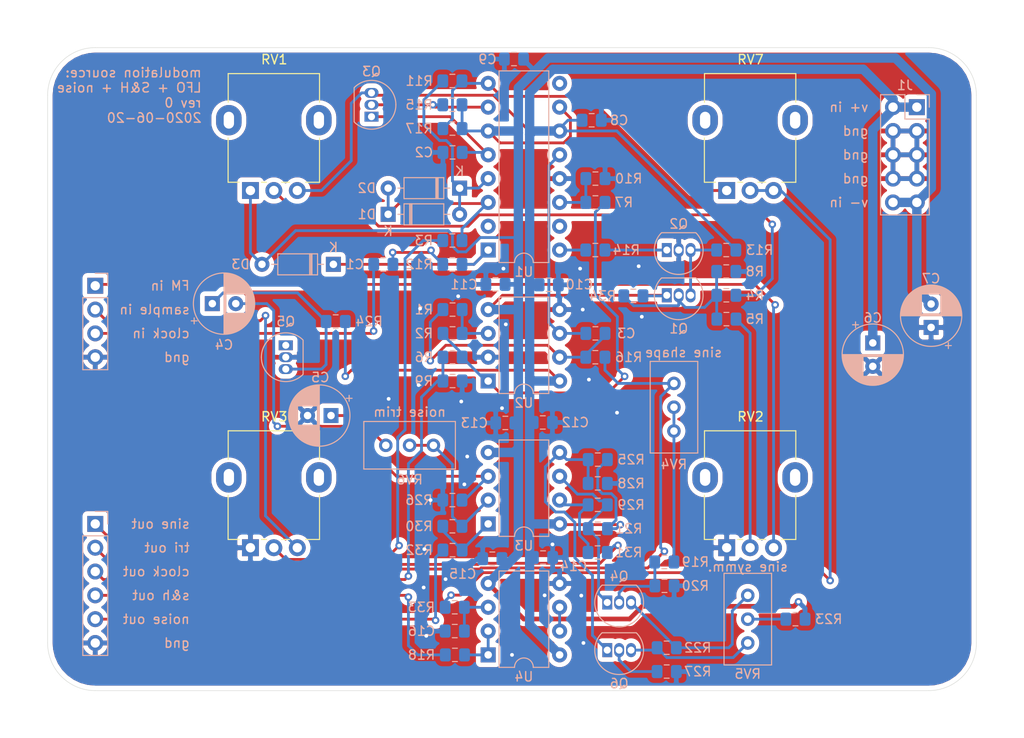
<source format=kicad_pcb>
(kicad_pcb (version 20171130) (host pcbnew 5.1.6-c6e7f7d~87~ubuntu18.04.1)
  (title_block (title "Modulation Source") (date 2020-07-22) (rev 0) (comment 1 creativecommons.org/licenses/by/4.0/) (comment 2 "License: CC by 4.0") (comment 3 "Author: Jordan Aceto"))
  (layers (0 F.Cu signal) (31 B.Cu signal) (34 B.Paste user) (35 F.Paste user) (36 B.SilkS user) (37 F.SilkS user) (38 B.Mask user) (39 F.Mask user) (44 Edge.Cuts user))
  (net 0 "")
  (net 1 sample_gate_in)
  (net 2 "Net-(C1-Pad1)")
  (net 3 "Net-(C2-Pad2)")
  (net 4 GND)
  (net 5 "Net-(C3-Pad2)")
  (net 6 "Net-(C3-Pad1)")
  (net 7 "Net-(C4-Pad2)")
  (net 8 "Net-(C4-Pad1)")
  (net 9 "Net-(C5-Pad1)")
  (net 10 +12V)
  (net 11 -12V)
  (net 12 "Net-(C16-Pad1)")
  (net 13 "Net-(D1-Pad2)")
  (net 14 "Net-(D1-Pad1)")
  (net 15 "Net-(D3-Pad1)")
  (net 16 "Net-(Q1-Pad3)")
  (net 17 "Net-(Q1-Pad2)")
  (net 18 "Net-(Q2-Pad1)")
  (net 19 "Net-(Q3-Pad2)")
  (net 20 "Net-(Q4-Pad1)")
  (net 21 "Net-(Q4-Pad3)")
  (net 22 "Net-(Q4-Pad2)")
  (net 23 "Net-(Q5-Pad1)")
  (net 24 "Net-(Q6-Pad1)")
  (net 25 "Net-(Q6-Pad3)")
  (net 26 "Net-(Q6-Pad2)")
  (net 27 "Net-(R1-Pad2)")
  (net 28 "Net-(R2-Pad1)")
  (net 29 "Net-(R3-Pad2)")
  (net 30 "Net-(R4-Pad2)")
  (net 31 "Net-(R5-Pad2)")
  (net 32 square_out)
  (net 33 "Net-(R10-Pad1)")
  (net 34 "Net-(R11-Pad1)")
  (net 35 "Net-(R14-Pad2)")
  (net 36 tri_out)
  (net 37 "Net-(R18-Pad2)")
  (net 38 s_and_h_out)
  (net 39 "Net-(R19-Pad1)")
  (net 40 "Net-(R23-Pad2)")
  (net 41 "Net-(R29-Pad1)")
  (net 42 "Net-(R30-Pad2)")
  (net 43 "Net-(R30-Pad1)")
  (net 44 sine_out)
  (net 45 noise_out)
  (net 46 "Net-(R33-Pad2)")
  (net 47 FM_in)
  (net 48 sample_signal_in)
  (net 49 "Net-(U1-Pad15)")
  (net 50 "Net-(U1-Pad2)")
  (net 51 "Net-(U1-Pad9)")
  (net 52 "Net-(U4-Pad6)")
  (module Resistor_SMD:R_0805_2012Metric_Pad1.15x1.40mm_HandSolder (layer B.Cu) (at 164.075 77.2795)
    (fp_text reference R34 (at -3.293 0) (layer B.SilkS) (effects (justify mirror)))
    (fp_text value 220k)
    (pad 2 smd roundrect (at 1.025 0) (size 1.15 1.4) (layers B.Cu B.Paste B.Mask) (roundrect_rratio 0.217391) (net 11 -12V))
    (pad 1 smd roundrect (at -1.025 0) (size 1.15 1.4) (layers B.Cu B.Paste B.Mask) (roundrect_rratio 0.217391) (net 17 "Net-(Q1-Pad2)"))
  )
  (module Capacitor_THT:CP_Radial_D6.3mm_P2.50mm (layer B.Cu) (at 195.834 80.645 90)
    (fp_text reference C7 (at 5.207 0 180) (layer B.SilkS) (effects (justify mirror)))
    (fp_text value 10uF)
    (pad 2 thru_hole circle (at 2.5 0 90) (size 1.6 1.6) (drill 0.8) (layers *.Cu *.Mask) (net 11 -12V))
    (pad 1 thru_hole rect (at 0 0 90) (size 1.6 1.6) (drill 0.8) (layers *.Cu *.Mask) (net 4 GND))
  )
  (module Capacitor_THT:CP_Radial_D6.3mm_P2.50mm (layer B.Cu) (at 189.611 82.296 270)
    (fp_text reference C6 (at -2.667 0) (layer B.SilkS) (effects (justify mirror)))
    (fp_text value 10uF)
    (pad 2 thru_hole circle (at 2.5 0 270) (size 1.6 1.6) (drill 0.8) (layers *.Cu *.Mask) (net 4 GND))
    (pad 1 thru_hole rect (at 0 0 270) (size 1.6 1.6) (drill 0.8) (layers *.Cu *.Mask) (net 10 +12V))
  )
  (module Capacitor_THT:CP_Radial_D6.3mm_P2.50mm (layer B.Cu) (at 131.826 90.043 180)
    (fp_text reference C5 (at 1.143 4.064) (layer B.SilkS) (effects (justify mirror)))
    (fp_text value 1uF)
    (pad 2 thru_hole circle (at 2.5 0 180) (size 1.6 1.6) (drill 0.8) (layers *.Cu *.Mask) (net 4 GND))
    (pad 1 thru_hole rect (at 0 0 180) (size 1.6 1.6) (drill 0.8) (layers *.Cu *.Mask) (net 9 "Net-(C5-Pad1)"))
  )
  (module Capacitor_THT:CP_Radial_D6.3mm_P2.50mm (layer B.Cu) (at 119.166 78.105)
    (fp_text reference C4 (at 1.25 4.4) (layer B.SilkS) (effects (justify mirror)))
    (fp_text value 47uF)
    (pad 2 thru_hole circle (at 2.5 0) (size 1.6 1.6) (drill 0.8) (layers *.Cu *.Mask) (net 7 "Net-(C4-Pad2)"))
    (pad 1 thru_hole rect (at 0 0) (size 1.6 1.6) (drill 0.8) (layers *.Cu *.Mask) (net 8 "Net-(C4-Pad1)"))
  )
  (module Potentiometer_THT:Potentiometer_Alpha_RD901F-40-00D_Single_Vertical (layer F.Cu) (at 174.03 66.04 90)
    (fp_text reference RV7 (at 13.97 2.54) (layer F.SilkS))
    (fp_text value 1MA)
    (pad "" thru_hole oval (at 7.5 -2.3 180) (size 2.72 3.24) (drill oval 1.1 1.8) (layers *.Cu *.Mask))
    (pad "" thru_hole oval (at 7.5 7.3 180) (size 2.72 3.24) (drill oval 1.1 1.8) (layers *.Cu *.Mask))
    (pad 3 thru_hole circle (at 0 5 180) (size 1.8 1.8) (drill 1) (layers *.Cu *.Mask) (net 46 "Net-(R33-Pad2)"))
    (pad 2 thru_hole circle (at 0 2.5 180) (size 1.8 1.8) (drill 1) (layers *.Cu *.Mask) (net 46 "Net-(R33-Pad2)"))
    (pad 1 thru_hole rect (at 0 0 180) (size 1.8 1.8) (drill 1) (layers *.Cu *.Mask) (net 34 "Net-(R11-Pad1)"))
  )
  (module Potentiometer_THT:Potentiometer_Alpha_RD901F-40-00D_Single_Vertical (layer F.Cu) (at 123.23 104.14 90)
    (fp_text reference RV3 (at 13.97 2.54) (layer F.SilkS))
    (fp_text value 100k)
    (pad "" thru_hole oval (at 7.5 -2.3 180) (size 2.72 3.24) (drill oval 1.1 1.8) (layers *.Cu *.Mask))
    (pad "" thru_hole oval (at 7.5 7.3 180) (size 2.72 3.24) (drill oval 1.1 1.8) (layers *.Cu *.Mask))
    (pad 3 thru_hole circle (at 0 5 180) (size 1.8 1.8) (drill 1) (layers *.Cu *.Mask) (net 48 sample_signal_in))
    (pad 2 thru_hole circle (at 0 2.5 180) (size 1.8 1.8) (drill 1) (layers *.Cu *.Mask) (net 29 "Net-(R3-Pad2)"))
    (pad 1 thru_hole rect (at 0 0 180) (size 1.8 1.8) (drill 1) (layers *.Cu *.Mask) (net 4 GND))
  )
  (module Potentiometer_THT:Potentiometer_Alpha_RD901F-40-00D_Single_Vertical (layer F.Cu) (at 174.03 104.14 90)
    (fp_text reference RV2 (at 13.97 2.54) (layer F.SilkS))
    (fp_text value 100k)
    (pad "" thru_hole oval (at 7.5 -2.3 180) (size 2.72 3.24) (drill oval 1.1 1.8) (layers *.Cu *.Mask))
    (pad "" thru_hole oval (at 7.5 7.3 180) (size 2.72 3.24) (drill oval 1.1 1.8) (layers *.Cu *.Mask))
    (pad 3 thru_hole circle (at 0 5 180) (size 1.8 1.8) (drill 1) (layers *.Cu *.Mask) (net 47 FM_in))
    (pad 2 thru_hole circle (at 0 2.5 180) (size 1.8 1.8) (drill 1) (layers *.Cu *.Mask) (net 31 "Net-(R5-Pad2)"))
    (pad 1 thru_hole rect (at 0 0 180) (size 1.8 1.8) (drill 1) (layers *.Cu *.Mask) (net 4 GND))
  )
  (module Potentiometer_THT:Potentiometer_Alpha_RD901F-40-00D_Single_Vertical (layer F.Cu) (at 123.23 66.04 90)
    (fp_text reference RV1 (at 13.97 2.54) (layer F.SilkS))
    (fp_text value 100k)
    (pad "" thru_hole oval (at 7.5 -2.3 180) (size 2.72 3.24) (drill oval 1.1 1.8) (layers *.Cu *.Mask))
    (pad "" thru_hole oval (at 7.5 7.3 180) (size 2.72 3.24) (drill oval 1.1 1.8) (layers *.Cu *.Mask))
    (pad 3 thru_hole circle (at 0 5 180) (size 1.8 1.8) (drill 1) (layers *.Cu *.Mask) (net 10 +12V))
    (pad 2 thru_hole circle (at 0 2.5 180) (size 1.8 1.8) (drill 1) (layers *.Cu *.Mask) (net 30 "Net-(R4-Pad2)"))
    (pad 1 thru_hole rect (at 0 0 180) (size 1.8 1.8) (drill 1) (layers *.Cu *.Mask) (net 11 -12V))
  )
  (module Connector_PinHeader_2.54mm:PinHeader_1x06_P2.54mm_Vertical (layer B.Cu) (at 106.68 101.6 180)
    (fp_text reference outputs1 hide)
    (fp_text value Conn_01x06)
    (pad 6 thru_hole oval (at 0 -12.7 180) (size 1.7 1.7) (drill 1) (layers *.Cu *.Mask) (net 4 GND))
    (pad 5 thru_hole oval (at 0 -10.16 180) (size 1.7 1.7) (drill 1) (layers *.Cu *.Mask) (net 45 noise_out))
    (pad 4 thru_hole oval (at 0 -7.62 180) (size 1.7 1.7) (drill 1) (layers *.Cu *.Mask) (net 38 s_and_h_out))
    (pad 3 thru_hole oval (at 0 -5.08 180) (size 1.7 1.7) (drill 1) (layers *.Cu *.Mask) (net 32 square_out))
    (pad 2 thru_hole oval (at 0 -2.54 180) (size 1.7 1.7) (drill 1) (layers *.Cu *.Mask) (net 36 tri_out))
    (pad 1 thru_hole rect (at 0 0 180) (size 1.7 1.7) (drill 1) (layers *.Cu *.Mask) (net 44 sine_out))
  )
  (module Connector_PinHeader_2.54mm:PinHeader_1x04_P2.54mm_Vertical (layer B.Cu) (at 106.68 76.2 180)
    (fp_text reference inputs1 hide)
    (fp_text value Conn_01x04)
    (pad 4 thru_hole oval (at 0 -7.62 180) (size 1.7 1.7) (drill 1) (layers *.Cu *.Mask) (net 4 GND))
    (pad 3 thru_hole oval (at 0 -5.08 180) (size 1.7 1.7) (drill 1) (layers *.Cu *.Mask) (net 1 sample_gate_in))
    (pad 2 thru_hole oval (at 0 -2.54 180) (size 1.7 1.7) (drill 1) (layers *.Cu *.Mask) (net 48 sample_signal_in))
    (pad 1 thru_hole rect (at 0 0 180) (size 1.7 1.7) (drill 1) (layers *.Cu *.Mask) (net 47 FM_in))
  )
  (module Package_DIP:DIP-8_W7.62mm (layer B.Cu) (at 148.59 101.6)
    (fp_text reference U3 (at 3.81 2.33) (layer B.SilkS) (effects (justify mirror)))
    (fp_text value TL072)
    (pad 8 thru_hole oval (at 7.62 0) (size 1.6 1.6) (drill 0.8) (layers *.Cu *.Mask) (net 10 +12V))
    (pad 4 thru_hole oval (at 0 -7.62) (size 1.6 1.6) (drill 0.8) (layers *.Cu *.Mask) (net 11 -12V))
    (pad 7 thru_hole oval (at 7.62 -2.54) (size 1.6 1.6) (drill 0.8) (layers *.Cu *.Mask) (net 41 "Net-(R29-Pad1)"))
    (pad 3 thru_hole oval (at 0 -5.08) (size 1.6 1.6) (drill 0.8) (layers *.Cu *.Mask) (net 7 "Net-(C4-Pad2)"))
    (pad 6 thru_hole oval (at 7.62 -5.08) (size 1.6 1.6) (drill 0.8) (layers *.Cu *.Mask) (net 20 "Net-(Q4-Pad1)"))
    (pad 2 thru_hole oval (at 0 -2.54) (size 1.6 1.6) (drill 0.8) (layers *.Cu *.Mask) (net 42 "Net-(R30-Pad2)"))
    (pad 5 thru_hole oval (at 7.62 -7.62) (size 1.6 1.6) (drill 0.8) (layers *.Cu *.Mask) (net 24 "Net-(Q6-Pad1)"))
    (pad 1 thru_hole rect (at 0 0) (size 1.6 1.6) (drill 0.8) (layers *.Cu *.Mask) (net 43 "Net-(R30-Pad1)"))
  )
  (module Package_DIP:DIP-8_W7.62mm (layer B.Cu) (at 148.59 86.36)
    (fp_text reference U2 (at 3.81 2.33) (layer B.SilkS) (effects (justify mirror)))
    (fp_text value TL072)
    (pad 8 thru_hole oval (at 7.62 0) (size 1.6 1.6) (drill 0.8) (layers *.Cu *.Mask) (net 10 +12V))
    (pad 4 thru_hole oval (at 0 -7.62) (size 1.6 1.6) (drill 0.8) (layers *.Cu *.Mask) (net 11 -12V))
    (pad 7 thru_hole oval (at 7.62 -2.54) (size 1.6 1.6) (drill 0.8) (layers *.Cu *.Mask) (net 6 "Net-(C3-Pad1)"))
    (pad 3 thru_hole oval (at 0 -5.08) (size 1.6 1.6) (drill 0.8) (layers *.Cu *.Mask) (net 27 "Net-(R1-Pad2)"))
    (pad 6 thru_hole oval (at 7.62 -5.08) (size 1.6 1.6) (drill 0.8) (layers *.Cu *.Mask) (net 5 "Net-(C3-Pad2)"))
    (pad 2 thru_hole oval (at 0 -2.54) (size 1.6 1.6) (drill 0.8) (layers *.Cu *.Mask) (net 4 GND))
    (pad 5 thru_hole oval (at 7.62 -7.62) (size 1.6 1.6) (drill 0.8) (layers *.Cu *.Mask) (net 4 GND))
    (pad 1 thru_hole rect (at 0 0) (size 1.6 1.6) (drill 0.8) (layers *.Cu *.Mask) (net 28 "Net-(R2-Pad1)"))
  )
  (module Package_DIP:DIP-8_W7.62mm (layer B.Cu) (at 148.59 115.57)
    (fp_text reference U4 (at 3.81 2.33) (layer B.SilkS) (effects (justify mirror)))
    (fp_text value TL072)
    (pad 8 thru_hole oval (at 7.62 0) (size 1.6 1.6) (drill 0.8) (layers *.Cu *.Mask) (net 10 +12V))
    (pad 4 thru_hole oval (at 0 -7.62) (size 1.6 1.6) (drill 0.8) (layers *.Cu *.Mask) (net 11 -12V))
    (pad 7 thru_hole oval (at 7.62 -2.54) (size 1.6 1.6) (drill 0.8) (layers *.Cu *.Mask) (net 52 "Net-(U4-Pad6)"))
    (pad 3 thru_hole oval (at 0 -5.08) (size 1.6 1.6) (drill 0.8) (layers *.Cu *.Mask) (net 12 "Net-(C16-Pad1)"))
    (pad 6 thru_hole oval (at 7.62 -5.08) (size 1.6 1.6) (drill 0.8) (layers *.Cu *.Mask) (net 52 "Net-(U4-Pad6)"))
    (pad 2 thru_hole oval (at 0 -2.54) (size 1.6 1.6) (drill 0.8) (layers *.Cu *.Mask) (net 37 "Net-(R18-Pad2)"))
    (pad 5 thru_hole oval (at 7.62 -7.62) (size 1.6 1.6) (drill 0.8) (layers *.Cu *.Mask) (net 4 GND))
    (pad 1 thru_hole rect (at 0 0) (size 1.6 1.6) (drill 0.8) (layers *.Cu *.Mask) (net 37 "Net-(R18-Pad2)"))
  )
  (module Package_DIP:DIP-16_W7.62mm (layer B.Cu) (at 148.59 72.39)
    (fp_text reference U1 (at 3.81 2.33) (layer B.SilkS) (effects (justify mirror)))
    (fp_text value LM13700)
    (pad 16 thru_hole oval (at 7.62 0) (size 1.6 1.6) (drill 0.8) (layers *.Cu *.Mask) (net 35 "Net-(R14-Pad2)"))
    (pad 8 thru_hole oval (at 0 -17.78) (size 1.6 1.6) (drill 0.8) (layers *.Cu *.Mask) (net 34 "Net-(R11-Pad1)"))
    (pad 15 thru_hole oval (at 7.62 -2.54) (size 1.6 1.6) (drill 0.8) (layers *.Cu *.Mask) (net 49 "Net-(U1-Pad15)"))
    (pad 7 thru_hole oval (at 0 -15.24) (size 1.6 1.6) (drill 0.8) (layers *.Cu *.Mask) (net 19 "Net-(Q3-Pad2)"))
    (pad 14 thru_hole oval (at 7.62 -5.08) (size 1.6 1.6) (drill 0.8) (layers *.Cu *.Mask) (net 33 "Net-(R10-Pad1)"))
    (pad 6 thru_hole oval (at 0 -12.7) (size 1.6 1.6) (drill 0.8) (layers *.Cu *.Mask) (net 11 -12V))
    (pad 13 thru_hole oval (at 7.62 -7.62) (size 1.6 1.6) (drill 0.8) (layers *.Cu *.Mask) (net 4 GND))
    (pad 5 thru_hole oval (at 0 -10.16) (size 1.6 1.6) (drill 0.8) (layers *.Cu *.Mask) (net 3 "Net-(C2-Pad2)"))
    (pad 12 thru_hole oval (at 7.62 -10.16) (size 1.6 1.6) (drill 0.8) (layers *.Cu *.Mask) (net 5 "Net-(C3-Pad2)"))
    (pad 4 thru_hole oval (at 0 -7.62) (size 1.6 1.6) (drill 0.8) (layers *.Cu *.Mask) (net 13 "Net-(D1-Pad2)"))
    (pad 11 thru_hole oval (at 7.62 -12.7) (size 1.6 1.6) (drill 0.8) (layers *.Cu *.Mask) (net 10 +12V))
    (pad 3 thru_hole oval (at 0 -5.08) (size 1.6 1.6) (drill 0.8) (layers *.Cu *.Mask) (net 14 "Net-(D1-Pad1)"))
    (pad 10 thru_hole oval (at 7.62 -15.24) (size 1.6 1.6) (drill 0.8) (layers *.Cu *.Mask) (net 11 -12V))
    (pad 2 thru_hole oval (at 0 -2.54) (size 1.6 1.6) (drill 0.8) (layers *.Cu *.Mask) (net 50 "Net-(U1-Pad2)"))
    (pad 9 thru_hole oval (at 7.62 -17.78) (size 1.6 1.6) (drill 0.8) (layers *.Cu *.Mask) (net 51 "Net-(U1-Pad9)"))
    (pad 1 thru_hole rect (at 0 0) (size 1.6 1.6) (drill 0.8) (layers *.Cu *.Mask) (net 15 "Net-(D3-Pad1)"))
  )
  (module Potentiometer_THT:Potentiometer_Bourns_3296W_Vertical (layer B.Cu) (at 142.748 93.218)
    (fp_text reference RV6 (at -2.54 3.66) (layer B.SilkS) (effects (justify mirror)))
    (fp_text value 1k)
    (pad 3 thru_hole circle (at -5.08 0) (size 1.44 1.44) (drill 0.8) (layers *.Cu *.Mask) (net 9 "Net-(C5-Pad1)"))
    (pad 2 thru_hole circle (at -2.54 0) (size 1.44 1.44) (drill 0.8) (layers *.Cu *.Mask) (net 42 "Net-(R30-Pad2)"))
    (pad 1 thru_hole circle (at 0 0) (size 1.44 1.44) (drill 0.8) (layers *.Cu *.Mask) (net 42 "Net-(R30-Pad2)"))
  )
  (module Potentiometer_THT:Potentiometer_Bourns_3296W_Vertical (layer B.Cu) (at 176.276 114.3 270)
    (fp_text reference RV5 (at 3.302 0 180) (layer B.SilkS) (effects (justify mirror)))
    (fp_text value 50k)
    (pad 3 thru_hole circle (at -5.08 0 270) (size 1.44 1.44) (drill 0.8) (layers *.Cu *.Mask) (net 21 "Net-(Q4-Pad3)"))
    (pad 2 thru_hole circle (at -2.54 0 270) (size 1.44 1.44) (drill 0.8) (layers *.Cu *.Mask) (net 40 "Net-(R23-Pad2)"))
    (pad 1 thru_hole circle (at 0 0 270) (size 1.44 1.44) (drill 0.8) (layers *.Cu *.Mask) (net 25 "Net-(Q6-Pad3)"))
  )
  (module Potentiometer_THT:Potentiometer_Bourns_3296W_Vertical (layer B.Cu) (at 168.402 91.694 270)
    (fp_text reference RV4 (at 3.556 0 180) (layer B.SilkS) (effects (justify mirror)))
    (fp_text value 50k)
    (pad 3 thru_hole circle (at -5.08 0 270) (size 1.44 1.44) (drill 0.8) (layers *.Cu *.Mask) (net 36 tri_out))
    (pad 2 thru_hole circle (at -2.54 0 270) (size 1.44 1.44) (drill 0.8) (layers *.Cu *.Mask) (net 39 "Net-(R19-Pad1)"))
    (pad 1 thru_hole circle (at 0 0 270) (size 1.44 1.44) (drill 0.8) (layers *.Cu *.Mask) (net 39 "Net-(R19-Pad1)"))
  )
  (module Resistor_SMD:R_0805_2012Metric_Pad1.15x1.40mm_HandSolder (layer B.Cu) (at 145.025 110.49 180)
    (fp_text reference R33 (at 3.565 0) (layer B.SilkS) (effects (justify mirror)))
    (fp_text value 1k)
    (pad 2 smd roundrect (at 1.025 0 180) (size 1.15 1.4) (layers B.Cu B.Paste B.Mask) (roundrect_rratio 0.217391) (net 46 "Net-(R33-Pad2)"))
    (pad 1 smd roundrect (at -1.025 0 180) (size 1.15 1.4) (layers B.Cu B.Paste B.Mask) (roundrect_rratio 0.217391) (net 12 "Net-(C16-Pad1)"))
  )
  (module Resistor_SMD:R_0805_2012Metric_Pad1.15x1.40mm_HandSolder (layer B.Cu) (at 144.789 104.394)
    (fp_text reference R32 (at -3.565 0) (layer B.SilkS) (effects (justify mirror)))
    (fp_text value 1k)
    (pad 2 smd roundrect (at 1.025 0) (size 1.15 1.4) (layers B.Cu B.Paste B.Mask) (roundrect_rratio 0.217391) (net 43 "Net-(R30-Pad1)"))
    (pad 1 smd roundrect (at -1.025 0) (size 1.15 1.4) (layers B.Cu B.Paste B.Mask) (roundrect_rratio 0.217391) (net 45 noise_out))
  )
  (module Resistor_SMD:R_0805_2012Metric_Pad1.15x1.40mm_HandSolder (layer B.Cu) (at 160.265 104.648 180)
    (fp_text reference R31 (at -3.311 0) (layer B.SilkS) (effects (justify mirror)))
    (fp_text value 1k)
    (pad 2 smd roundrect (at 1.025 0 180) (size 1.15 1.4) (layers B.Cu B.Paste B.Mask) (roundrect_rratio 0.217391) (net 41 "Net-(R29-Pad1)"))
    (pad 1 smd roundrect (at -1.025 0 180) (size 1.15 1.4) (layers B.Cu B.Paste B.Mask) (roundrect_rratio 0.217391) (net 44 sine_out))
  )
  (module Resistor_SMD:R_0805_2012Metric_Pad1.15x1.40mm_HandSolder (layer B.Cu) (at 144.771 101.854)
    (fp_text reference R30 (at -3.565 0) (layer B.SilkS) (effects (justify mirror)))
    (fp_text value 10M)
    (pad 2 smd roundrect (at 1.025 0) (size 1.15 1.4) (layers B.Cu B.Paste B.Mask) (roundrect_rratio 0.217391) (net 42 "Net-(R30-Pad2)"))
    (pad 1 smd roundrect (at -1.025 0) (size 1.15 1.4) (layers B.Cu B.Paste B.Mask) (roundrect_rratio 0.217391) (net 43 "Net-(R30-Pad1)"))
  )
  (module Resistor_SMD:R_0805_2012Metric_Pad1.15x1.40mm_HandSolder (layer B.Cu) (at 160.274 99.568)
    (fp_text reference R29 (at 3.556 0) (layer B.SilkS) (effects (justify mirror)))
    (fp_text value 15k)
    (pad 2 smd roundrect (at 1.025 0) (size 1.15 1.4) (layers B.Cu B.Paste B.Mask) (roundrect_rratio 0.217391) (net 20 "Net-(Q4-Pad1)"))
    (pad 1 smd roundrect (at -1.025 0) (size 1.15 1.4) (layers B.Cu B.Paste B.Mask) (roundrect_rratio 0.217391) (net 41 "Net-(R29-Pad1)"))
  )
  (module Resistor_SMD:R_0805_2012Metric_Pad1.15x1.40mm_HandSolder (layer B.Cu) (at 160.274 97.282 180)
    (fp_text reference R28 (at -3.556 0) (layer B.SilkS) (effects (justify mirror)))
    (fp_text value 15k)
    (pad 2 smd roundrect (at 1.025 0 180) (size 1.15 1.4) (layers B.Cu B.Paste B.Mask) (roundrect_rratio 0.217391) (net 24 "Net-(Q6-Pad1)"))
    (pad 1 smd roundrect (at -1.025 0 180) (size 1.15 1.4) (layers B.Cu B.Paste B.Mask) (roundrect_rratio 0.217391) (net 4 GND))
  )
  (module Resistor_SMD:R_0805_2012Metric_Pad1.15x1.40mm_HandSolder (layer B.Cu) (at 167.631 117.348 180)
    (fp_text reference R27 (at -3.311 0) (layer B.SilkS) (effects (justify mirror)))
    (fp_text value 2k2)
    (pad 2 smd roundrect (at 1.025 0 180) (size 1.15 1.4) (layers B.Cu B.Paste B.Mask) (roundrect_rratio 0.217391) (net 26 "Net-(Q6-Pad2)"))
    (pad 1 smd roundrect (at -1.025 0 180) (size 1.15 1.4) (layers B.Cu B.Paste B.Mask) (roundrect_rratio 0.217391) (net 4 GND))
  )
  (module Resistor_SMD:R_0805_2012Metric_Pad1.15x1.40mm_HandSolder (layer B.Cu) (at 144.771 99.06)
    (fp_text reference R26 (at -3.565 0) (layer B.SilkS) (effects (justify mirror)))
    (fp_text value 1M)
    (pad 2 smd roundrect (at 1.025 0) (size 1.15 1.4) (layers B.Cu B.Paste B.Mask) (roundrect_rratio 0.217391) (net 7 "Net-(C4-Pad2)"))
    (pad 1 smd roundrect (at -1.025 0) (size 1.15 1.4) (layers B.Cu B.Paste B.Mask) (roundrect_rratio 0.217391) (net 4 GND))
  )
  (module Resistor_SMD:R_0805_2012Metric_Pad1.15x1.40mm_HandSolder (layer B.Cu) (at 160.283 94.742)
    (fp_text reference R25 (at 3.556 0) (layer B.SilkS) (effects (justify mirror)))
    (fp_text value 10k)
    (pad 2 smd roundrect (at 1.025 0) (size 1.15 1.4) (layers B.Cu B.Paste B.Mask) (roundrect_rratio 0.217391) (net 10 +12V))
    (pad 1 smd roundrect (at -1.025 0) (size 1.15 1.4) (layers B.Cu B.Paste B.Mask) (roundrect_rratio 0.217391) (net 24 "Net-(Q6-Pad1)"))
  )
  (module Resistor_SMD:R_0805_2012Metric_Pad1.15x1.40mm_HandSolder (layer B.Cu) (at 132.325 80.01 180)
    (fp_text reference R24 (at -3.565 0) (layer B.SilkS) (effects (justify mirror)))
    (fp_text value 150k)
    (pad 2 smd roundrect (at 1.025 0 180) (size 1.15 1.4) (layers B.Cu B.Paste B.Mask) (roundrect_rratio 0.217391) (net 8 "Net-(C4-Pad1)"))
    (pad 1 smd roundrect (at -1.025 0 180) (size 1.15 1.4) (layers B.Cu B.Paste B.Mask) (roundrect_rratio 0.217391) (net 10 +12V))
  )
  (module Resistor_SMD:R_0805_2012Metric_Pad1.15x1.40mm_HandSolder (layer B.Cu) (at 181.365 111.76 180)
    (fp_text reference R23 (at -3.547 0) (layer B.SilkS) (effects (justify mirror)))
    (fp_text value 18k)
    (pad 2 smd roundrect (at 1.025 0 180) (size 1.15 1.4) (layers B.Cu B.Paste B.Mask) (roundrect_rratio 0.217391) (net 40 "Net-(R23-Pad2)"))
    (pad 1 smd roundrect (at -1.025 0 180) (size 1.15 1.4) (layers B.Cu B.Paste B.Mask) (roundrect_rratio 0.217391) (net 11 -12V))
  )
  (module Resistor_SMD:R_0805_2012Metric_Pad1.15x1.40mm_HandSolder (layer B.Cu) (at 167.631 114.808 180)
    (fp_text reference R22 (at -3.311 0) (layer B.SilkS) (effects (justify mirror)))
    (fp_text value 390)
    (pad 2 smd roundrect (at 1.025 0 180) (size 1.15 1.4) (layers B.Cu B.Paste B.Mask) (roundrect_rratio 0.217391) (net 25 "Net-(Q6-Pad3)"))
    (pad 1 smd roundrect (at -1.025 0 180) (size 1.15 1.4) (layers B.Cu B.Paste B.Mask) (roundrect_rratio 0.217391) (net 21 "Net-(Q4-Pad3)"))
  )
  (module Resistor_SMD:R_0805_2012Metric_Pad1.15x1.40mm_HandSolder (layer B.Cu) (at 160.283 102.108)
    (fp_text reference R21 (at 3.302 0) (layer B.SilkS) (effects (justify mirror)))
    (fp_text value 10k)
    (pad 2 smd roundrect (at 1.025 0) (size 1.15 1.4) (layers B.Cu B.Paste B.Mask) (roundrect_rratio 0.217391) (net 10 +12V))
    (pad 1 smd roundrect (at -1.025 0) (size 1.15 1.4) (layers B.Cu B.Paste B.Mask) (roundrect_rratio 0.217391) (net 20 "Net-(Q4-Pad1)"))
  )
  (module Resistor_SMD:R_0805_2012Metric_Pad1.15x1.40mm_HandSolder (layer B.Cu) (at 167.395 108.204 180)
    (fp_text reference R20 (at -3.293 0) (layer B.SilkS) (effects (justify mirror)))
    (fp_text value 2k2)
    (pad 2 smd roundrect (at 1.025 0 180) (size 1.15 1.4) (layers B.Cu B.Paste B.Mask) (roundrect_rratio 0.217391) (net 22 "Net-(Q4-Pad2)"))
    (pad 1 smd roundrect (at -1.025 0 180) (size 1.15 1.4) (layers B.Cu B.Paste B.Mask) (roundrect_rratio 0.217391) (net 4 GND))
  )
  (module Resistor_SMD:R_0805_2012Metric_Pad1.15x1.40mm_HandSolder (layer B.Cu) (at 167.377 105.664 180)
    (fp_text reference R19 (at -3.311 0) (layer B.SilkS) (effects (justify mirror)))
    (fp_text value 27k)
    (pad 2 smd roundrect (at 1.025 0 180) (size 1.15 1.4) (layers B.Cu B.Paste B.Mask) (roundrect_rratio 0.217391) (net 22 "Net-(Q4-Pad2)"))
    (pad 1 smd roundrect (at -1.025 0 180) (size 1.15 1.4) (layers B.Cu B.Paste B.Mask) (roundrect_rratio 0.217391) (net 39 "Net-(R19-Pad1)"))
  )
  (module Resistor_SMD:R_0805_2012Metric_Pad1.15x1.40mm_HandSolder (layer B.Cu) (at 145.043 115.57)
    (fp_text reference R18 (at -3.565 0) (layer B.SilkS) (effects (justify mirror)))
    (fp_text value 1k)
    (pad 2 smd roundrect (at 1.025 0) (size 1.15 1.4) (layers B.Cu B.Paste B.Mask) (roundrect_rratio 0.217391) (net 37 "Net-(R18-Pad2)"))
    (pad 1 smd roundrect (at -1.025 0) (size 1.15 1.4) (layers B.Cu B.Paste B.Mask) (roundrect_rratio 0.217391) (net 38 s_and_h_out))
  )
  (module Resistor_SMD:R_0805_2012Metric_Pad1.15x1.40mm_HandSolder (layer B.Cu) (at 144.78 59.436 180)
    (fp_text reference R17 (at 3.556 0) (layer B.SilkS) (effects (justify mirror)))
    (fp_text value 15k)
    (pad 2 smd roundrect (at 1.025 0 180) (size 1.15 1.4) (layers B.Cu B.Paste B.Mask) (roundrect_rratio 0.217391) (net 34 "Net-(R11-Pad1)"))
    (pad 1 smd roundrect (at -1.025 0 180) (size 1.15 1.4) (layers B.Cu B.Paste B.Mask) (roundrect_rratio 0.217391) (net 11 -12V))
  )
  (module Resistor_SMD:R_0805_2012Metric_Pad1.15x1.40mm_HandSolder (layer B.Cu) (at 160.02 83.82 180)
    (fp_text reference R16 (at -3.556 0) (layer B.SilkS) (effects (justify mirror)))
    (fp_text value 1k)
    (pad 2 smd roundrect (at 1.025 0 180) (size 1.15 1.4) (layers B.Cu B.Paste B.Mask) (roundrect_rratio 0.217391) (net 6 "Net-(C3-Pad1)"))
    (pad 1 smd roundrect (at -1.025 0 180) (size 1.15 1.4) (layers B.Cu B.Paste B.Mask) (roundrect_rratio 0.217391) (net 36 tri_out))
  )
  (module Resistor_SMD:R_0805_2012Metric_Pad1.15x1.40mm_HandSolder (layer B.Cu) (at 144.771 56.896 180)
    (fp_text reference R15 (at 3.547 0) (layer B.SilkS) (effects (justify mirror)))
    (fp_text value 51k)
    (pad 2 smd roundrect (at 1.025 0 180) (size 1.15 1.4) (layers B.Cu B.Paste B.Mask) (roundrect_rratio 0.217391) (net 19 "Net-(Q3-Pad2)"))
    (pad 1 smd roundrect (at -1.025 0 180) (size 1.15 1.4) (layers B.Cu B.Paste B.Mask) (roundrect_rratio 0.217391) (net 11 -12V))
  )
  (module Resistor_SMD:R_0805_2012Metric_Pad1.15x1.40mm_HandSolder (layer B.Cu) (at 160.02 72.39 180)
    (fp_text reference R14 (at -3.311 0) (layer B.SilkS) (effects (justify mirror)))
    (fp_text value 15k)
    (pad 2 smd roundrect (at 1.025 0 180) (size 1.15 1.4) (layers B.Cu B.Paste B.Mask) (roundrect_rratio 0.217391) (net 35 "Net-(R14-Pad2)"))
    (pad 1 smd roundrect (at -1.025 0 180) (size 1.15 1.4) (layers B.Cu B.Paste B.Mask) (roundrect_rratio 0.217391) (net 18 "Net-(Q2-Pad1)"))
  )
  (module Resistor_SMD:R_0805_2012Metric_Pad1.15x1.40mm_HandSolder (layer B.Cu) (at 173.981 72.39 180)
    (fp_text reference R13 (at -3.565 0) (layer B.SilkS) (effects (justify mirror)))
    (fp_text value 15k)
    (pad 2 smd roundrect (at 1.025 0 180) (size 1.15 1.4) (layers B.Cu B.Paste B.Mask) (roundrect_rratio 0.217391) (net 16 "Net-(Q1-Pad3)"))
    (pad 1 smd roundrect (at -1.025 0 180) (size 1.15 1.4) (layers B.Cu B.Paste B.Mask) (roundrect_rratio 0.217391) (net 10 +12V))
  )
  (module Resistor_SMD:R_0805_2012Metric_Pad1.15x1.40mm_HandSolder (layer B.Cu) (at 144.771 73.914 180)
    (fp_text reference R12 (at 3.547 0) (layer B.SilkS) (effects (justify mirror)))
    (fp_text value 33k)
    (pad 2 smd roundrect (at 1.025 0 180) (size 1.15 1.4) (layers B.Cu B.Paste B.Mask) (roundrect_rratio 0.217391) (net 2 "Net-(C1-Pad1)"))
    (pad 1 smd roundrect (at -1.025 0 180) (size 1.15 1.4) (layers B.Cu B.Paste B.Mask) (roundrect_rratio 0.217391) (net 15 "Net-(D3-Pad1)"))
  )
  (module Resistor_SMD:R_0805_2012Metric_Pad1.15x1.40mm_HandSolder (layer B.Cu) (at 144.771 54.356 180)
    (fp_text reference R11 (at 3.547 0) (layer B.SilkS) (effects (justify mirror)))
    (fp_text value 33k)
    (pad 2 smd roundrect (at 1.025 0 180) (size 1.15 1.4) (layers B.Cu B.Paste B.Mask) (roundrect_rratio 0.217391) (net 13 "Net-(D1-Pad2)"))
    (pad 1 smd roundrect (at -1.025 0 180) (size 1.15 1.4) (layers B.Cu B.Paste B.Mask) (roundrect_rratio 0.217391) (net 34 "Net-(R11-Pad1)"))
  )
  (module Resistor_SMD:R_0805_2012Metric_Pad1.15x1.40mm_HandSolder (layer B.Cu) (at 160.029 64.77)
    (fp_text reference R10 (at 3.547 0) (layer B.SilkS) (effects (justify mirror)))
    (fp_text value 10k)
    (pad 2 smd roundrect (at 1.025 0) (size 1.15 1.4) (layers B.Cu B.Paste B.Mask) (roundrect_rratio 0.217391) (net 4 GND))
    (pad 1 smd roundrect (at -1.025 0) (size 1.15 1.4) (layers B.Cu B.Paste B.Mask) (roundrect_rratio 0.217391) (net 33 "Net-(R10-Pad1)"))
  )
  (module Resistor_SMD:R_0805_2012Metric_Pad1.15x1.40mm_HandSolder (layer B.Cu) (at 144.789 86.36)
    (fp_text reference R9 (at -3.057 0) (layer B.SilkS) (effects (justify mirror)))
    (fp_text value 2k)
    (pad 2 smd roundrect (at 1.025 0) (size 1.15 1.4) (layers B.Cu B.Paste B.Mask) (roundrect_rratio 0.217391) (net 4 GND))
    (pad 1 smd roundrect (at -1.025 0) (size 1.15 1.4) (layers B.Cu B.Paste B.Mask) (roundrect_rratio 0.217391) (net 32 square_out))
  )
  (module Resistor_SMD:R_0805_2012Metric_Pad1.15x1.40mm_HandSolder (layer B.Cu) (at 173.981 74.676)
    (fp_text reference R8 (at 3.057 0) (layer B.SilkS) (effects (justify mirror)))
    (fp_text value 2k)
    (pad 2 smd roundrect (at 1.025 0) (size 1.15 1.4) (layers B.Cu B.Paste B.Mask) (roundrect_rratio 0.217391) (net 4 GND))
    (pad 1 smd roundrect (at -1.025 0) (size 1.15 1.4) (layers B.Cu B.Paste B.Mask) (roundrect_rratio 0.217391) (net 17 "Net-(Q1-Pad2)"))
  )
  (module Resistor_SMD:R_0805_2012Metric_Pad1.15x1.40mm_HandSolder (layer B.Cu) (at 160.029 67.31)
    (fp_text reference R7 (at 3.039 0) (layer B.SilkS) (effects (justify mirror)))
    (fp_text value 33k)
    (pad 2 smd roundrect (at 1.025 0) (size 1.15 1.4) (layers B.Cu B.Paste B.Mask) (roundrect_rratio 0.217391) (net 28 "Net-(R2-Pad1)"))
    (pad 1 smd roundrect (at -1.025 0) (size 1.15 1.4) (layers B.Cu B.Paste B.Mask) (roundrect_rratio 0.217391) (net 33 "Net-(R10-Pad1)"))
  )
  (module Resistor_SMD:R_0805_2012Metric_Pad1.15x1.40mm_HandSolder (layer B.Cu) (at 144.789 83.82)
    (fp_text reference R6 (at -3.057 0) (layer B.SilkS) (effects (justify mirror)))
    (fp_text value 2k)
    (pad 2 smd roundrect (at 1.025 0) (size 1.15 1.4) (layers B.Cu B.Paste B.Mask) (roundrect_rratio 0.217391) (net 28 "Net-(R2-Pad1)"))
    (pad 1 smd roundrect (at -1.025 0) (size 1.15 1.4) (layers B.Cu B.Paste B.Mask) (roundrect_rratio 0.217391) (net 32 square_out))
  )
  (module Resistor_SMD:R_0805_2012Metric_Pad1.15x1.40mm_HandSolder (layer B.Cu) (at 173.999 79.756)
    (fp_text reference R5 (at 3.039 0) (layer B.SilkS) (effects (justify mirror)))
    (fp_text value 100k)
    (pad 2 smd roundrect (at 1.025 0) (size 1.15 1.4) (layers B.Cu B.Paste B.Mask) (roundrect_rratio 0.217391) (net 31 "Net-(R5-Pad2)"))
    (pad 1 smd roundrect (at -1.025 0) (size 1.15 1.4) (layers B.Cu B.Paste B.Mask) (roundrect_rratio 0.217391) (net 17 "Net-(Q1-Pad2)"))
  )
  (module Resistor_SMD:R_0805_2012Metric_Pad1.15x1.40mm_HandSolder (layer B.Cu) (at 173.99 77.216)
    (fp_text reference R4 (at 3.048 0) (layer B.SilkS) (effects (justify mirror)))
    (fp_text value 270k)
    (pad 2 smd roundrect (at 1.025 0) (size 1.15 1.4) (layers B.Cu B.Paste B.Mask) (roundrect_rratio 0.217391) (net 30 "Net-(R4-Pad2)"))
    (pad 1 smd roundrect (at -1.025 0) (size 1.15 1.4) (layers B.Cu B.Paste B.Mask) (roundrect_rratio 0.217391) (net 17 "Net-(Q1-Pad2)"))
  )
  (module Resistor_SMD:R_0805_2012Metric_Pad1.15x1.40mm_HandSolder (layer B.Cu) (at 144.771 71.374 180)
    (fp_text reference R3 (at 3.039 0) (layer B.SilkS) (effects (justify mirror)))
    (fp_text value 33k)
    (pad 2 smd roundrect (at 1.025 0 180) (size 1.15 1.4) (layers B.Cu B.Paste B.Mask) (roundrect_rratio 0.217391) (net 29 "Net-(R3-Pad2)"))
    (pad 1 smd roundrect (at -1.025 0 180) (size 1.15 1.4) (layers B.Cu B.Paste B.Mask) (roundrect_rratio 0.217391) (net 14 "Net-(D1-Pad1)"))
  )
  (module Resistor_SMD:R_0805_2012Metric_Pad1.15x1.40mm_HandSolder (layer B.Cu) (at 144.789 81.28)
    (fp_text reference R2 (at -3.057 0) (layer B.SilkS) (effects (justify mirror)))
    (fp_text value 200k)
    (pad 2 smd roundrect (at 1.025 0) (size 1.15 1.4) (layers B.Cu B.Paste B.Mask) (roundrect_rratio 0.217391) (net 27 "Net-(R1-Pad2)"))
    (pad 1 smd roundrect (at -1.025 0) (size 1.15 1.4) (layers B.Cu B.Paste B.Mask) (roundrect_rratio 0.217391) (net 28 "Net-(R2-Pad1)"))
  )
  (module Resistor_SMD:R_0805_2012Metric_Pad1.15x1.40mm_HandSolder (layer B.Cu) (at 144.789 78.74)
    (fp_text reference R1 (at -3.057 0) (layer B.SilkS) (effects (justify mirror)))
    (fp_text value 100k)
    (pad 2 smd roundrect (at 1.025 0) (size 1.15 1.4) (layers B.Cu B.Paste B.Mask) (roundrect_rratio 0.217391) (net 27 "Net-(R1-Pad2)"))
    (pad 1 smd roundrect (at -1.025 0) (size 1.15 1.4) (layers B.Cu B.Paste B.Mask) (roundrect_rratio 0.217391) (net 6 "Net-(C3-Pad1)"))
  )
  (module Package_TO_SOT_THT:TO-92_Inline (layer B.Cu) (at 161.29 115.062)
    (fp_text reference Q6 (at 1.27 3.56) (layer B.SilkS) (effects (justify mirror)))
    (fp_text value BC550)
    (pad 1 thru_hole rect (at 0 0) (size 1.05 1.5) (drill 0.75) (layers *.Cu *.Mask) (net 24 "Net-(Q6-Pad1)"))
    (pad 3 thru_hole oval (at 2.54 0) (size 1.05 1.5) (drill 0.75) (layers *.Cu *.Mask) (net 25 "Net-(Q6-Pad3)"))
    (pad 2 thru_hole oval (at 1.27 0) (size 1.05 1.5) (drill 0.75) (layers *.Cu *.Mask) (net 26 "Net-(Q6-Pad2)"))
  )
  (module Package_TO_SOT_THT:TO-92_Inline (layer B.Cu) (at 127 82.55 270)
    (fp_text reference Q5 (at -2.54 0 180) (layer B.SilkS) (effects (justify mirror)))
    (fp_text value BC550)
    (pad 1 thru_hole rect (at 0 0 270) (size 1.05 1.5) (drill 0.75) (layers *.Cu *.Mask) (net 23 "Net-(Q5-Pad1)"))
    (pad 3 thru_hole oval (at 2.54 0 270) (size 1.05 1.5) (drill 0.75) (layers *.Cu *.Mask) (net 8 "Net-(C4-Pad1)"))
    (pad 2 thru_hole oval (at 1.27 0 270) (size 1.05 1.5) (drill 0.75) (layers *.Cu *.Mask) (net 4 GND))
  )
  (module Package_TO_SOT_THT:TO-92_Inline (layer B.Cu) (at 161.29 109.982)
    (fp_text reference Q4 (at 1.27 -2.794) (layer B.SilkS) (effects (justify mirror)))
    (fp_text value BC550)
    (pad 1 thru_hole rect (at 0 0) (size 1.05 1.5) (drill 0.75) (layers *.Cu *.Mask) (net 20 "Net-(Q4-Pad1)"))
    (pad 3 thru_hole oval (at 2.54 0) (size 1.05 1.5) (drill 0.75) (layers *.Cu *.Mask) (net 21 "Net-(Q4-Pad3)"))
    (pad 2 thru_hole oval (at 1.27 0) (size 1.05 1.5) (drill 0.75) (layers *.Cu *.Mask) (net 22 "Net-(Q4-Pad2)"))
  )
  (module Package_TO_SOT_THT:TO-92_Inline (layer B.Cu) (at 136.144 58.166 90)
    (fp_text reference Q3 (at 4.826 0 180) (layer B.SilkS) (effects (justify mirror)))
    (fp_text value BF245A)
    (pad 1 thru_hole rect (at 0 0 90) (size 1.05 1.5) (drill 0.75) (layers *.Cu *.Mask) (net 3 "Net-(C2-Pad2)"))
    (pad 3 thru_hole oval (at 2.54 0 90) (size 1.05 1.5) (drill 0.75) (layers *.Cu *.Mask) (net 10 +12V))
    (pad 2 thru_hole oval (at 1.27 0 90) (size 1.05 1.5) (drill 0.75) (layers *.Cu *.Mask) (net 19 "Net-(Q3-Pad2)"))
  )
  (module Package_TO_SOT_THT:TO-92_Inline (layer B.Cu) (at 167.64 72.39)
    (fp_text reference Q2 (at 1.27 -2.794) (layer B.SilkS) (effects (justify mirror)))
    (fp_text value BC560)
    (pad 1 thru_hole rect (at 0 0) (size 1.05 1.5) (drill 0.75) (layers *.Cu *.Mask) (net 18 "Net-(Q2-Pad1)"))
    (pad 3 thru_hole oval (at 2.54 0) (size 1.05 1.5) (drill 0.75) (layers *.Cu *.Mask) (net 16 "Net-(Q1-Pad3)"))
    (pad 2 thru_hole oval (at 1.27 0) (size 1.05 1.5) (drill 0.75) (layers *.Cu *.Mask) (net 4 GND))
  )
  (module Package_TO_SOT_THT:TO-92_Inline (layer B.Cu) (at 167.64 77.216)
    (fp_text reference Q1 (at 1.27 3.56) (layer B.SilkS) (effects (justify mirror)))
    (fp_text value BC560)
    (pad 1 thru_hole rect (at 0 0) (size 1.05 1.5) (drill 0.75) (layers *.Cu *.Mask) (net 11 -12V))
    (pad 3 thru_hole oval (at 2.54 0) (size 1.05 1.5) (drill 0.75) (layers *.Cu *.Mask) (net 16 "Net-(Q1-Pad3)"))
    (pad 2 thru_hole oval (at 1.27 0) (size 1.05 1.5) (drill 0.75) (layers *.Cu *.Mask) (net 17 "Net-(Q1-Pad2)"))
  )
  (module Connector_PinHeader_2.54mm:PinHeader_2x05_P2.54mm_Vertical (layer B.Cu) (at 194.31 57.15 180)
    (fp_text reference J1 (at 1.27 2.33) (layer B.SilkS) (effects (justify mirror)))
    (fp_text value power_in)
    (pad 10 thru_hole oval (at 2.54 -10.16 180) (size 1.7 1.7) (drill 1) (layers *.Cu *.Mask) (net 11 -12V))
    (pad 9 thru_hole oval (at 0 -10.16 180) (size 1.7 1.7) (drill 1) (layers *.Cu *.Mask) (net 11 -12V))
    (pad 8 thru_hole oval (at 2.54 -7.62 180) (size 1.7 1.7) (drill 1) (layers *.Cu *.Mask) (net 4 GND))
    (pad 7 thru_hole oval (at 0 -7.62 180) (size 1.7 1.7) (drill 1) (layers *.Cu *.Mask) (net 4 GND))
    (pad 6 thru_hole oval (at 2.54 -5.08 180) (size 1.7 1.7) (drill 1) (layers *.Cu *.Mask) (net 4 GND))
    (pad 5 thru_hole oval (at 0 -5.08 180) (size 1.7 1.7) (drill 1) (layers *.Cu *.Mask) (net 4 GND))
    (pad 4 thru_hole oval (at 2.54 -2.54 180) (size 1.7 1.7) (drill 1) (layers *.Cu *.Mask) (net 4 GND))
    (pad 3 thru_hole oval (at 0 -2.54 180) (size 1.7 1.7) (drill 1) (layers *.Cu *.Mask) (net 4 GND))
    (pad 2 thru_hole oval (at 2.54 0 180) (size 1.7 1.7) (drill 1) (layers *.Cu *.Mask) (net 10 +12V))
    (pad 1 thru_hole rect (at 0 0 180) (size 1.7 1.7) (drill 1) (layers *.Cu *.Mask) (net 10 +12V))
  )
  (module Diode_THT:D_DO-35_SOD27_P7.62mm_Horizontal (layer B.Cu) (at 132.08 73.914 180)
    (fp_text reference D3 (at 9.906 0) (layer B.SilkS) (effects (justify mirror)))
    (fp_text value 1N4148)
    (fp_text user K (at 0 1.8) (layer B.SilkS) (effects (justify mirror)))
    (pad 2 thru_hole oval (at 7.62 0 180) (size 1.6 1.6) (drill 0.8) (layers *.Cu *.Mask) (net 11 -12V))
    (pad 1 thru_hole rect (at 0 0 180) (size 1.6 1.6) (drill 0.8) (layers *.Cu *.Mask) (net 15 "Net-(D3-Pad1)"))
  )
  (module Diode_THT:D_DO-35_SOD27_P7.62mm_Horizontal (layer B.Cu) (at 145.542 65.786 180)
    (fp_text reference D2 (at 9.906 0) (layer B.SilkS) (effects (justify mirror)))
    (fp_text value 1N4148)
    (fp_text user K (at 0 1.8) (layer B.SilkS) (effects (justify mirror)))
    (pad 2 thru_hole oval (at 7.62 0 180) (size 1.6 1.6) (drill 0.8) (layers *.Cu *.Mask) (net 14 "Net-(D1-Pad1)"))
    (pad 1 thru_hole rect (at 0 0 180) (size 1.6 1.6) (drill 0.8) (layers *.Cu *.Mask) (net 13 "Net-(D1-Pad2)"))
  )
  (module Diode_THT:D_DO-35_SOD27_P7.62mm_Horizontal (layer B.Cu) (at 137.922 68.58)
    (fp_text reference D1 (at -2.286 0) (layer B.SilkS) (effects (justify mirror)))
    (fp_text value 1N4148)
    (fp_text user K (at 0 1.8) (layer B.SilkS) (effects (justify mirror)))
    (pad 2 thru_hole oval (at 7.62 0) (size 1.6 1.6) (drill 0.8) (layers *.Cu *.Mask) (net 13 "Net-(D1-Pad2)"))
    (pad 1 thru_hole rect (at 0 0) (size 1.6 1.6) (drill 0.8) (layers *.Cu *.Mask) (net 14 "Net-(D1-Pad1)"))
  )
  (module Capacitor_SMD:C_0805_2012Metric_Pad1.15x1.40mm_HandSolder (layer B.Cu) (at 145.025 113.03 180)
    (fp_text reference C16 (at 3.547 0) (layer B.SilkS) (effects (justify mirror)))
    (fp_text value 100nF)
    (pad 2 smd roundrect (at 1.025 0 180) (size 1.15 1.4) (layers B.Cu B.Paste B.Mask) (roundrect_rratio 0.217391) (net 4 GND))
    (pad 1 smd roundrect (at -1.025 0 180) (size 1.15 1.4) (layers B.Cu B.Paste B.Mask) (roundrect_rratio 0.217391) (net 12 "Net-(C16-Pad1)"))
  )
  (module Capacitor_SMD:C_0805_2012Metric_Pad1.15x1.40mm_HandSolder (layer B.Cu) (at 149.0308 105.3084)
    (fp_text reference C15 (at -3.1586 1.6256) (layer B.SilkS) (effects (justify mirror)))
    (fp_text value 100nF)
    (pad 2 smd roundrect (at 1.025 0) (size 1.15 1.4) (layers B.Cu B.Paste B.Mask) (roundrect_rratio 0.217391) (net 11 -12V))
    (pad 1 smd roundrect (at -1.025 0) (size 1.15 1.4) (layers B.Cu B.Paste B.Mask) (roundrect_rratio 0.217391) (net 4 GND))
  )
  (module Capacitor_SMD:C_0805_2012Metric_Pad1.15x1.40mm_HandSolder (layer B.Cu) (at 154.441 105.1814)
    (fp_text reference C14 (at 3.2676 0.9398) (layer B.SilkS) (effects (justify mirror)))
    (fp_text value 100nF)
    (pad 2 smd roundrect (at 1.025 0) (size 1.15 1.4) (layers B.Cu B.Paste B.Mask) (roundrect_rratio 0.217391) (net 4 GND))
    (pad 1 smd roundrect (at -1.025 0) (size 1.15 1.4) (layers B.Cu B.Paste B.Mask) (roundrect_rratio 0.217391) (net 10 +12V))
  )
  (module Capacitor_SMD:C_0805_2012Metric_Pad1.15x1.40mm_HandSolder (layer B.Cu) (at 150.4188 90.8304)
    (fp_text reference C13 (at -3.302 0) (layer B.SilkS) (effects (justify mirror)))
    (fp_text value 100nF)
    (pad 2 smd roundrect (at 1.025 0) (size 1.15 1.4) (layers B.Cu B.Paste B.Mask) (roundrect_rratio 0.217391) (net 11 -12V))
    (pad 1 smd roundrect (at -1.025 0) (size 1.15 1.4) (layers B.Cu B.Paste B.Mask) (roundrect_rratio 0.217391) (net 4 GND))
  )
  (module Capacitor_SMD:C_0805_2012Metric_Pad1.15x1.40mm_HandSolder (layer B.Cu) (at 154.4156 90.7796)
    (fp_text reference C12 (at 3.4708 0) (layer B.SilkS) (effects (justify mirror)))
    (fp_text value 100nF)
    (pad 2 smd roundrect (at 1.025 0) (size 1.15 1.4) (layers B.Cu B.Paste B.Mask) (roundrect_rratio 0.217391) (net 4 GND))
    (pad 1 smd roundrect (at -1.025 0) (size 1.15 1.4) (layers B.Cu B.Paste B.Mask) (roundrect_rratio 0.217391) (net 10 +12V))
  )
  (module Capacitor_SMD:C_0805_2012Metric_Pad1.15x1.40mm_HandSolder (layer B.Cu) (at 149.3684 76.0476)
    (fp_text reference C11 (at -3.3618 0.0254) (layer B.SilkS) (effects (justify mirror)))
    (fp_text value 100nF)
    (pad 2 smd roundrect (at 1.025 0) (size 1.15 1.4) (layers B.Cu B.Paste B.Mask) (roundrect_rratio 0.217391) (net 11 -12V))
    (pad 1 smd roundrect (at -1.025 0) (size 1.15 1.4) (layers B.Cu B.Paste B.Mask) (roundrect_rratio 0.217391) (net 4 GND))
  )
  (module Capacitor_SMD:C_0805_2012Metric_Pad1.15x1.40mm_HandSolder (layer B.Cu) (at 155.0506 76.0984)
    (fp_text reference C10 (at 3.2676 -0.0254) (layer B.SilkS) (effects (justify mirror)))
    (fp_text value 100nF)
    (pad 2 smd roundrect (at 1.025 0) (size 1.15 1.4) (layers B.Cu B.Paste B.Mask) (roundrect_rratio 0.217391) (net 4 GND))
    (pad 1 smd roundrect (at -1.025 0) (size 1.15 1.4) (layers B.Cu B.Paste B.Mask) (roundrect_rratio 0.217391) (net 10 +12V))
  )
  (module Capacitor_SMD:C_0805_2012Metric_Pad1.15x1.40mm_HandSolder (layer B.Cu) (at 151.3422 52.0192)
    (fp_text reference C9 (at -2.8284 0.0254) (layer B.SilkS) (effects (justify mirror)))
    (fp_text value 100nF)
    (pad 2 smd roundrect (at 1.025 0) (size 1.15 1.4) (layers B.Cu B.Paste B.Mask) (roundrect_rratio 0.217391) (net 11 -12V))
    (pad 1 smd roundrect (at -1.025 0) (size 1.15 1.4) (layers B.Cu B.Paste B.Mask) (roundrect_rratio 0.217391) (net 4 GND))
  )
  (module Capacitor_SMD:C_0805_2012Metric_Pad1.15x1.40mm_HandSolder (layer B.Cu) (at 159.63 58.547)
    (fp_text reference C8 (at 2.93 0) (layer B.SilkS) (effects (justify mirror)))
    (fp_text value 100nF)
    (pad 2 smd roundrect (at 1.025 0) (size 1.15 1.4) (layers B.Cu B.Paste B.Mask) (roundrect_rratio 0.217391) (net 4 GND))
    (pad 1 smd roundrect (at -1.025 0) (size 1.15 1.4) (layers B.Cu B.Paste B.Mask) (roundrect_rratio 0.217391) (net 10 +12V))
  )
  (module Capacitor_SMD:C_0805_2012Metric_Pad1.15x1.40mm_HandSolder (layer B.Cu) (at 160.029 81.28 180)
    (fp_text reference C3 (at -3.293 0) (layer B.SilkS) (effects (justify mirror)))
    (fp_text value 220nF)
    (pad 2 smd roundrect (at 1.025 0 180) (size 1.15 1.4) (layers B.Cu B.Paste B.Mask) (roundrect_rratio 0.217391) (net 5 "Net-(C3-Pad2)"))
    (pad 1 smd roundrect (at -1.025 0 180) (size 1.15 1.4) (layers B.Cu B.Paste B.Mask) (roundrect_rratio 0.217391) (net 6 "Net-(C3-Pad1)"))
  )
  (module Capacitor_SMD:C_0805_2012Metric_Pad1.15x1.40mm_HandSolder (layer B.Cu) (at 144.789 61.976)
    (fp_text reference C2 (at -3.057 0) (layer B.SilkS) (effects (justify mirror)))
    (fp_text value 10nF)
    (pad 2 smd roundrect (at 1.025 0) (size 1.15 1.4) (layers B.Cu B.Paste B.Mask) (roundrect_rratio 0.217391) (net 3 "Net-(C2-Pad2)"))
    (pad 1 smd roundrect (at -1.025 0) (size 1.15 1.4) (layers B.Cu B.Paste B.Mask) (roundrect_rratio 0.217391) (net 4 GND))
  )
  (module Capacitor_SMD:C_0805_2012Metric_Pad1.15x1.40mm_HandSolder (layer B.Cu) (at 137.405 73.914 180)
    (fp_text reference C1 (at 3.039 0) (layer B.SilkS) (effects (justify mirror)))
    (fp_text value 10nF)
    (pad 2 smd roundrect (at 1.025 0 180) (size 1.15 1.4) (layers B.Cu B.Paste B.Mask) (roundrect_rratio 0.217391) (net 1 sample_gate_in))
    (pad 1 smd roundrect (at -1.025 0 180) (size 1.15 1.4) (layers B.Cu B.Paste B.Mask) (roundrect_rratio 0.217391) (net 2 "Net-(C1-Pad1)"))
  )
  (gr_text "modulation source:\nLFO + S&H + noise\nrev 0\n2020-06-20" (at 118.11 55.88) (layer B.SilkS) (effects (font (size 1 1)) (justify left mirror)))
  (gr_text "v- in" (at 189.23 67.31) (layer B.SilkS) (effects (font (size 1 1)) (justify left mirror)))
  (gr_text gnd (at 189.23 64.77) (layer B.SilkS) (effects (font (size 1 1)) (justify left mirror)))
  (gr_text gnd (at 189.23 62.23) (layer B.SilkS) (effects (font (size 1 1)) (justify left mirror)))
  (gr_text gnd (at 189.23 59.69) (layer B.SilkS) (effects (font (size 1 1)) (justify left mirror)))
  (gr_text "v+ in" (at 189.23 57.15) (layer B.SilkS) (effects (font (size 1 1)) (justify left mirror)))
  (gr_text gnd (at 116.84 114.3) (layer B.SilkS) (effects (font (size 1 1)) (justify left mirror)))
  (gr_text "noise out" (at 116.84 111.76) (layer B.SilkS) (effects (font (size 1 1)) (justify left mirror)))
  (gr_text "s&h out" (at 116.84 109.22) (layer B.SilkS) (effects (font (size 1 1)) (justify left mirror)))
  (gr_text "clock out" (at 116.84 106.68) (layer B.SilkS) (effects (font (size 1 1)) (justify left mirror)))
  (gr_text "tri out" (at 116.84 104.14) (layer B.SilkS) (effects (font (size 1 1)) (justify left mirror)))
  (gr_text "sine out" (at 116.84 101.6) (layer B.SilkS) (effects (font (size 1 1)) (justify left mirror)))
  (gr_text gnd (at 116.84 83.82) (layer B.SilkS) (effects (font (size 1 1)) (justify left mirror)))
  (gr_text "clock in" (at 116.84 81.28) (layer B.SilkS) (effects (font (size 1 1)) (justify left mirror)))
  (gr_text "sample in" (at 116.84 78.74) (layer B.SilkS) (effects (font (size 1 1)) (justify left mirror)))
  (gr_text "FM in" (at 116.84 76.2) (layer B.SilkS) (effects (font (size 1 1)) (justify left mirror)))
  (gr_text "sine shape" (at 169.418 83.312) (layer B.SilkS) (effects (font (size 1 1)) (justify mirror)))
  (gr_text "sine symm." (at 176.276 106.172) (layer B.SilkS) (effects (font (size 1 1)) (justify mirror)))
  (gr_text "noise trim" (at 140.208 89.662) (layer B.SilkS) (effects (font (size 1 1)) (justify mirror)))
  (gr_arc (start 195.58 114.3) (end 195.58 119.38) (angle -90) (layer Edge.Cuts) (width 0.05))
  (gr_arc (start 106.68 114.3) (end 101.6 114.3) (angle -90) (layer Edge.Cuts) (width 0.05))
  (gr_arc (start 106.68 55.88) (end 106.68 50.8) (angle -90) (layer Edge.Cuts) (width 0.05))
  (gr_arc (start 195.58 55.88) (end 200.66 55.88) (angle -90) (layer Edge.Cuts) (width 0.05))
  (gr_line (start 195.58 50.8) (end 106.68 50.8) (layer Edge.Cuts) (width 0.05))
  (gr_line (start 200.66 114.3) (end 200.66 55.88) (layer Edge.Cuts) (width 0.05))
  (gr_line (start 106.68 119.38) (end 195.58 119.38) (layer Edge.Cuts) (width 0.05))
  (gr_line (start 101.6 55.88) (end 101.6 114.3) (layer Edge.Cuts) (width 0.05))
  (via (at 136.3726 81.026) (size 0.8) (drill 0.4) (layers F.Cu B.Cu) (net 1))
  (segment (start 106.68 81.28) (end 136.1186 81.28) (width 0.3) (layer F.Cu) (net 1))
  (segment (start 136.1186 81.28) (end 136.3726 81.026) (width 0.3) (layer F.Cu) (net 1))
  (segment (start 136.3726 73.9214) (end 136.38 73.914) (width 0.3) (layer B.Cu) (net 1))
  (segment (start 136.3726 81.026) (end 136.3726 73.9214) (width 0.3) (layer B.Cu) (net 1))
  (via (at 138.4046 72.644) (size 0.8) (drill 0.4) (layers F.Cu B.Cu) (net 2))
  (segment (start 138.43 73.914) (end 138.43 72.6694) (width 0.3) (layer B.Cu) (net 2))
  (segment (start 138.43 72.6694) (end 138.4046 72.644) (width 0.3) (layer B.Cu) (net 2))
  (via (at 142.494 72.4154) (size 0.8) (drill 0.4) (layers F.Cu B.Cu) (net 2))
  (segment (start 138.4046 72.644) (end 142.2654 72.644) (width 0.3) (layer F.Cu) (net 2))
  (segment (start 142.2654 72.644) (end 142.494 72.4154) (width 0.3) (layer F.Cu) (net 2))
  (segment (start 142.494 72.662) (end 143.746 73.914) (width 0.3) (layer B.Cu) (net 2))
  (segment (start 142.494 72.4154) (end 142.494 72.662) (width 0.3) (layer B.Cu) (net 2))
  (segment (start 148.336 61.976) (end 148.59 62.23) (width 0.3) (layer B.Cu) (net 3))
  (segment (start 145.814 61.976) (end 148.336 61.976) (width 0.3) (layer B.Cu) (net 3))
  (segment (start 144.526 58.166) (end 148.59 62.23) (width 0.3) (layer F.Cu) (net 3))
  (segment (start 136.144 58.166) (end 144.526 58.166) (width 0.3) (layer F.Cu) (net 3))
  (via (at 158.6738 78.74) (size 0.8) (drill 0.4) (layers F.Cu B.Cu) (net 4))
  (via (at 158.3944 74.3712) (size 0.8) (drill 0.4) (layers F.Cu B.Cu) (net 4))
  (via (at 164.6428 74.1172) (size 0.8) (drill 0.4) (layers F.Cu B.Cu) (net 4))
  (via (at 164.973 79.502) (size 0.8) (drill 0.4) (layers F.Cu B.Cu) (net 4))
  (via (at 159.3342 86.2076) (size 0.8) (drill 0.4) (layers F.Cu B.Cu) (net 4))
  (via (at 162.3314 89.7382) (size 0.8) (drill 0.4) (layers F.Cu B.Cu) (net 4))
  (via (at 150.4696 80.3148) (size 0.8) (drill 0.4) (layers F.Cu B.Cu) (net 4))
  (via (at 150.0632 89.2556) (size 0.8) (drill 0.4) (layers F.Cu B.Cu) (net 4))
  (via (at 145.7198 88.5444) (size 0.8) (drill 0.4) (layers F.Cu B.Cu) (net 4))
  (via (at 146.3548 94.4118) (size 0.8) (drill 0.4) (layers F.Cu B.Cu) (net 4))
  (via (at 146.05 97.3836) (size 0.8) (drill 0.4) (layers F.Cu B.Cu) (net 4))
  (via (at 142.4432 99.06) (size 0.8) (drill 0.4) (layers F.Cu B.Cu) (net 4))
  (via (at 141.7828 104.2924) (size 0.8) (drill 0.4) (layers F.Cu B.Cu) (net 4))
  (via (at 141.7066 108.3818) (size 0.8) (drill 0.4) (layers F.Cu B.Cu) (net 4))
  (via (at 155.448 103.7844) (size 0.8) (drill 0.4) (layers F.Cu B.Cu) (net 4))
  (via (at 154.6098 109.22) (size 0.8) (drill 0.4) (layers F.Cu B.Cu) (net 4))
  (via (at 158.5214 109.2454) (size 0.8) (drill 0.4) (layers F.Cu B.Cu) (net 4))
  (via (at 144.0434 107.4928) (size 0.8) (drill 0.4) (layers F.Cu B.Cu) (net 4))
  (segment (start 148.0058 105.3084) (end 147.4216 105.3084) (width 0.5) (layer B.Cu) (net 4))
  (segment (start 147.4216 105.3084) (end 146.3294 106.4006) (width 0.5) (layer B.Cu) (net 4))
  (segment (start 145.1356 106.4006) (end 144.0434 107.4928) (width 0.5) (layer B.Cu) (net 4))
  (segment (start 146.3294 106.4006) (end 145.1356 106.4006) (width 0.5) (layer B.Cu) (net 4))
  (via (at 150.2156 74.3712) (size 0.8) (drill 0.4) (layers F.Cu B.Cu) (net 4))
  (via (at 145.3896 77.3176) (size 0.8) (drill 0.4) (layers F.Cu B.Cu) (net 4))
  (via (at 141.3256 78.6384) (size 0.8) (drill 0.4) (layers F.Cu B.Cu) (net 4))
  (via (at 141.1732 86.7918) (size 0.8) (drill 0.4) (layers F.Cu B.Cu) (net 4))
  (via (at 137.9728 88.265) (size 0.8) (drill 0.4) (layers F.Cu B.Cu) (net 4))
  (via (at 158.75 114.3) (size 0.8) (drill 0.4) (layers F.Cu B.Cu) (net 4))
  (via (at 151.13 115.57) (size 0.8) (drill 0.4) (layers F.Cu B.Cu) (net 4))
  (via (at 141.986 113.538) (size 0.8) (drill 0.4) (layers F.Cu B.Cu) (net 4))
  (segment (start 156.21 81.28) (end 159.004 81.28) (width 0.3) (layer B.Cu) (net 5))
  (segment (start 155.059999 63.380001) (end 156.21 62.23) (width 0.3) (layer B.Cu) (net 5))
  (segment (start 155.059999 80.129999) (end 155.059999 63.380001) (width 0.3) (layer B.Cu) (net 5))
  (segment (start 156.21 81.28) (end 155.059999 80.129999) (width 0.3) (layer B.Cu) (net 5))
  (segment (start 156.21 83.82) (end 158.995 83.82) (width 0.3) (layer B.Cu) (net 6))
  (via (at 142.4178 84.201) (size 0.8) (drill 0.4) (layers F.Cu B.Cu) (net 6))
  (segment (start 142.4178 80.0862) (end 143.764 78.74) (width 0.3) (layer B.Cu) (net 6))
  (segment (start 142.4178 84.201) (end 142.4178 80.0862) (width 0.3) (layer B.Cu) (net 6))
  (segment (start 158.995 83.82) (end 158.995 83.575) (width 0.3) (layer B.Cu) (net 6))
  (segment (start 161.054 81.516) (end 161.054 81.28) (width 0.3) (layer B.Cu) (net 6))
  (segment (start 158.995 83.575) (end 161.054 81.516) (width 0.3) (layer B.Cu) (net 6))
  (segment (start 144.0688 82.55) (end 142.4178 84.201) (width 0.3) (layer F.Cu) (net 6))
  (segment (start 156.21 83.82) (end 154.94 82.55) (width 0.3) (layer F.Cu) (net 6))
  (segment (start 154.94 82.55) (end 144.0688 82.55) (width 0.3) (layer F.Cu) (net 6))
  (segment (start 146.05 99.06) (end 148.59 96.52) (width 0.3) (layer B.Cu) (net 7))
  (segment (start 145.796 99.06) (end 146.05 99.06) (width 0.3) (layer B.Cu) (net 7))
  (segment (start 121.666 78.105) (end 124.968 78.105) (width 0.3) (layer B.Cu) (net 7))
  (segment (start 124.968 78.105) (end 125.711001 78.848001) (width 0.3) (layer B.Cu) (net 7))
  (segment (start 125.711001 90.786001) (end 126.111 91.186) (width 0.3) (layer B.Cu) (net 7))
  (via (at 126.111 91.186) (size 0.8) (drill 0.4) (layers F.Cu B.Cu) (net 7))
  (segment (start 125.711001 78.848001) (end 125.711001 90.786001) (width 0.3) (layer B.Cu) (net 7))
  (segment (start 128.766998 91.186) (end 126.111 91.186) (width 0.3) (layer F.Cu) (net 7))
  (segment (start 128.773999 91.193001) (end 128.766998 91.186) (width 0.3) (layer F.Cu) (net 7))
  (segment (start 129.878001 91.193001) (end 128.773999 91.193001) (width 0.3) (layer F.Cu) (net 7))
  (segment (start 130.738998 91.186) (end 129.885002 91.186) (width 0.3) (layer F.Cu) (net 7))
  (segment (start 138.811 96.52) (end 133.477 91.186) (width 0.3) (layer F.Cu) (net 7))
  (segment (start 130.745999 91.193001) (end 130.738998 91.186) (width 0.3) (layer F.Cu) (net 7))
  (segment (start 148.59 96.52) (end 138.811 96.52) (width 0.3) (layer F.Cu) (net 7))
  (segment (start 133.477 91.186) (end 132.913002 91.186) (width 0.3) (layer F.Cu) (net 7))
  (segment (start 129.885002 91.186) (end 129.878001 91.193001) (width 0.3) (layer F.Cu) (net 7))
  (segment (start 132.913002 91.186) (end 132.906001 91.193001) (width 0.3) (layer F.Cu) (net 7))
  (segment (start 132.906001 91.193001) (end 130.745999 91.193001) (width 0.3) (layer F.Cu) (net 7))
  (segment (start 127 85.09) (end 130.81 85.09) (width 0.3) (layer B.Cu) (net 8))
  (segment (start 131.3 84.6) (end 130.81 85.09) (width 0.3) (layer B.Cu) (net 8))
  (segment (start 131.3 80.01) (end 131.3 84.6) (width 0.3) (layer B.Cu) (net 8))
  (segment (start 128.244999 76.954999) (end 131.3 80.01) (width 0.3) (layer B.Cu) (net 8))
  (segment (start 120.316001 76.954999) (end 128.244999 76.954999) (width 0.3) (layer B.Cu) (net 8))
  (segment (start 119.166 78.105) (end 120.316001 76.954999) (width 0.3) (layer B.Cu) (net 8))
  (segment (start 134.493 90.043) (end 137.668 93.218) (width 0.3) (layer F.Cu) (net 9))
  (segment (start 131.826 90.043) (end 134.493 90.043) (width 0.3) (layer F.Cu) (net 9))
  (segment (start 191.77 56.2864) (end 191.77 57.15) (width 1) (layer B.Cu) (net 10))
  (segment (start 153.0096 55.590398) (end 155.489999 53.109999) (width 1) (layer B.Cu) (net 10))
  (segment (start 156.21 115.57) (end 153.0096 112.3696) (width 1) (layer B.Cu) (net 10))
  (segment (start 188.593599 53.109999) (end 191.77 56.2864) (width 1) (layer B.Cu) (net 10))
  (segment (start 153.2128 101.6) (end 153.0096 101.8032) (width 1) (layer B.Cu) (net 10))
  (segment (start 156.21 101.6) (end 153.2128 101.6) (width 1) (layer B.Cu) (net 10))
  (segment (start 153.0096 112.3696) (end 153.0096 101.8032) (width 1) (layer B.Cu) (net 10))
  (segment (start 153.0096 101.8032) (end 153.0096 86.0044) (width 1) (layer B.Cu) (net 10))
  (segment (start 153.3652 86.36) (end 153.0096 86.0044) (width 1) (layer B.Cu) (net 10))
  (segment (start 156.21 86.36) (end 153.3652 86.36) (width 1) (layer B.Cu) (net 10))
  (segment (start 153.3906 59.69) (end 153.0096 60.071) (width 1) (layer B.Cu) (net 10))
  (segment (start 156.21 59.69) (end 153.3906 59.69) (width 1) (layer B.Cu) (net 10))
  (segment (start 153.0096 60.071) (end 153.0096 55.590398) (width 1) (layer B.Cu) (net 10))
  (via (at 162.687 101.6762) (size 0.8) (drill 0.4) (layers F.Cu B.Cu) (net 10))
  (segment (start 161.308 102.108) (end 162.2552 102.108) (width 0.3) (layer B.Cu) (net 10))
  (segment (start 162.2552 102.108) (end 162.687 101.6762) (width 0.3) (layer B.Cu) (net 10))
  (segment (start 156.2862 101.6762) (end 156.21 101.6) (width 0.3) (layer F.Cu) (net 10))
  (segment (start 162.687 101.6762) (end 156.2862 101.6762) (width 0.3) (layer F.Cu) (net 10))
  (segment (start 191.77 57.15) (end 194.31 57.15) (width 1) (layer B.Cu) (net 10))
  (segment (start 162.306 59.69) (end 156.21 59.69) (width 0.3) (layer B.Cu) (net 10))
  (segment (start 175.006 72.39) (end 162.306 59.69) (width 0.3) (layer B.Cu) (net 10))
  (segment (start 153.0096 86.0044) (end 153.0096 76.073) (width 1) (layer B.Cu) (net 10))
  (segment (start 153.035 76.0984) (end 153.0096 76.073) (width 0.5) (layer B.Cu) (net 10))
  (segment (start 154.0256 76.0984) (end 153.035 76.0984) (width 0.5) (layer B.Cu) (net 10))
  (segment (start 153.0096 76.073) (end 153.0096 60.071) (width 1) (layer B.Cu) (net 10))
  (segment (start 155.489999 53.109999) (end 176.553999 53.109999) (width 1) (layer B.Cu) (net 10))
  (segment (start 176.657 53.213) (end 176.553999 53.109999) (width 0.5) (layer B.Cu) (net 10))
  (segment (start 176.553999 53.109999) (end 188.593599 53.109999) (width 1) (layer B.Cu) (net 10))
  (segment (start 160.274 95.776) (end 161.308 94.742) (width 0.3) (layer B.Cu) (net 10))
  (segment (start 162.22401 101.19199) (end 162.22401 98.869464) (width 0.3) (layer B.Cu) (net 10))
  (segment (start 161.308 102.108) (end 162.22401 101.19199) (width 0.3) (layer B.Cu) (net 10))
  (segment (start 162.22401 98.869464) (end 161.728746 98.3742) (width 0.3) (layer B.Cu) (net 10))
  (segment (start 160.274 97.880546) (end 160.274 95.776) (width 0.3) (layer B.Cu) (net 10))
  (segment (start 161.728746 98.3742) (end 160.767654 98.3742) (width 0.3) (layer B.Cu) (net 10))
  (segment (start 160.767654 98.3742) (end 160.274 97.880546) (width 0.3) (layer B.Cu) (net 10))
  (segment (start 152.962878 59.69) (end 156.21 59.69) (width 0.3) (layer F.Cu) (net 10))
  (segment (start 149.152878 55.88) (end 152.962878 59.69) (width 0.3) (layer F.Cu) (net 10))
  (segment (start 136.144 55.626) (end 136.398 55.88) (width 0.3) (layer F.Cu) (net 10))
  (segment (start 136.398 55.88) (end 149.152878 55.88) (width 0.3) (layer F.Cu) (net 10))
  (segment (start 156.21 59.69) (end 156.21 59.436) (width 0.3) (layer B.Cu) (net 10))
  (segment (start 157.099 58.547) (end 158.605 58.547) (width 0.3) (layer B.Cu) (net 10))
  (segment (start 156.21 59.436) (end 157.099 58.547) (width 0.3) (layer B.Cu) (net 10))
  (via (at 133.35 85.852) (size 0.8) (drill 0.4) (layers F.Cu B.Cu) (net 10))
  (segment (start 133.35 80.01) (end 133.35 85.852) (width 0.3) (layer B.Cu) (net 10))
  (segment (start 155.059999 85.209999) (end 156.21 86.36) (width 0.3) (layer F.Cu) (net 10))
  (segment (start 133.992001 85.209999) (end 155.059999 85.209999) (width 0.3) (layer F.Cu) (net 10))
  (segment (start 133.35 85.852) (end 133.992001 85.209999) (width 0.3) (layer F.Cu) (net 10))
  (segment (start 191.77 57.395998) (end 191.77 57.15) (width 1) (layer B.Cu) (net 10))
  (segment (start 189.611 59.554998) (end 191.77 57.395998) (width 1) (layer B.Cu) (net 10))
  (segment (start 189.611 82.296) (end 189.611 59.554998) (width 1) (layer B.Cu) (net 10))
  (segment (start 128.23 66.04) (end 130.81 66.04) (width 0.3) (layer B.Cu) (net 10))
  (segment (start 130.81 66.04) (end 133.985 62.865) (width 0.3) (layer B.Cu) (net 10))
  (segment (start 135.094 55.626) (end 136.144 55.626) (width 0.3) (layer B.Cu) (net 10))
  (segment (start 133.985 56.735) (end 135.094 55.626) (width 0.3) (layer B.Cu) (net 10))
  (segment (start 133.985 62.865) (end 133.985 56.735) (width 0.3) (layer B.Cu) (net 10))
  (segment (start 151.3332 93.98) (end 151.809589 93.503611) (width 1) (layer B.Cu) (net 11))
  (segment (start 148.59 93.98) (end 151.3332 93.98) (width 1) (layer B.Cu) (net 11))
  (segment (start 151.809589 93.503611) (end 151.809589 104.730411) (width 1) (layer B.Cu) (net 11))
  (segment (start 151.5872 78.74) (end 151.809589 78.517611) (width 1) (layer B.Cu) (net 11))
  (segment (start 148.59 78.74) (end 151.5872 78.74) (width 1) (layer B.Cu) (net 11))
  (segment (start 151.809589 78.517611) (end 151.809589 93.503611) (width 1) (layer B.Cu) (net 11))
  (segment (start 151.6126 59.69) (end 151.809589 59.886989) (width 1) (layer B.Cu) (net 11))
  (segment (start 148.59 59.69) (end 151.6126 59.69) (width 1) (layer B.Cu) (net 11))
  (segment (start 146.059 59.69) (end 145.805 59.436) (width 0.3) (layer B.Cu) (net 11))
  (segment (start 148.59 59.69) (end 146.059 59.69) (width 0.3) (layer B.Cu) (net 11))
  (segment (start 145.805 56.905) (end 145.796 56.896) (width 0.3) (layer B.Cu) (net 11))
  (segment (start 145.805 59.436) (end 145.805 56.905) (width 0.3) (layer B.Cu) (net 11))
  (segment (start 150.114 77.216) (end 148.59 78.74) (width 0.3) (layer F.Cu) (net 11))
  (segment (start 167.64 77.216) (end 150.114 77.216) (width 0.3) (layer F.Cu) (net 11))
  (segment (start 191.77 67.31) (end 194.31 67.31) (width 1) (layer B.Cu) (net 11))
  (segment (start 182.39 111.76) (end 182.39 110.6096) (width 0.5) (layer B.Cu) (net 11))
  (via (at 181.6862 109.9058) (size 0.8) (drill 0.4) (layers F.Cu B.Cu) (net 11))
  (segment (start 182.39 110.6096) (end 181.6862 109.9058) (width 0.5) (layer B.Cu) (net 11))
  (segment (start 149.879999 109.239999) (end 148.59 107.95) (width 0.5) (layer F.Cu) (net 11))
  (segment (start 163.675871 111.740001) (end 152.380001 111.740001) (width 0.5) (layer F.Cu) (net 11))
  (segment (start 165.025871 110.390001) (end 163.675871 111.740001) (width 0.5) (layer F.Cu) (net 11))
  (segment (start 181.6862 109.9058) (end 181.201999 110.390001) (width 0.5) (layer F.Cu) (net 11))
  (segment (start 152.380001 111.740001) (end 149.879999 109.239999) (width 0.5) (layer F.Cu) (net 11))
  (segment (start 181.201999 110.390001) (end 165.025871 110.390001) (width 0.5) (layer F.Cu) (net 11))
  (segment (start 149.740001 60.840001) (end 148.59 59.69) (width 0.3) (layer F.Cu) (net 11))
  (segment (start 151.809589 55.093338) (end 151.809589 59.886989) (width 1) (layer B.Cu) (net 11))
  (segment (start 192.02999 51.909988) (end 154.992939 51.909988) (width 1) (layer B.Cu) (net 11))
  (segment (start 194.31 67.31) (end 195.860001 65.759999) (width 1) (layer B.Cu) (net 11))
  (segment (start 195.860001 55.739999) (end 192.02999 51.909988) (width 1) (layer B.Cu) (net 11))
  (segment (start 195.860001 65.759999) (end 195.860001 55.739999) (width 1) (layer B.Cu) (net 11))
  (segment (start 154.992939 51.909988) (end 153.730763 53.172163) (width 1) (layer B.Cu) (net 11))
  (segment (start 153.730763 53.172163) (end 151.809589 55.093338) (width 1) (layer B.Cu) (net 11))
  (segment (start 153.451363 53.172163) (end 153.730763 53.172163) (width 0.5) (layer B.Cu) (net 11))
  (segment (start 152.3672 52.0192) (end 152.3672 52.088) (width 0.5) (layer B.Cu) (net 11))
  (segment (start 152.3672 52.088) (end 153.451363 53.172163) (width 0.5) (layer B.Cu) (net 11))
  (segment (start 150.0558 105.3084) (end 150.1648 105.3084) (width 0.5) (layer B.Cu) (net 11))
  (segment (start 150.1648 105.3084) (end 150.6982 105.8418) (width 0.5) (layer B.Cu) (net 11))
  (segment (start 151.809589 104.730411) (end 150.6982 105.8418) (width 1) (layer B.Cu) (net 11))
  (segment (start 150.6982 105.8418) (end 148.59 107.95) (width 1) (layer B.Cu) (net 11))
  (segment (start 151.4856 76.0476) (end 151.809589 76.371589) (width 0.5) (layer B.Cu) (net 11))
  (segment (start 150.3934 76.0476) (end 151.4856 76.0476) (width 0.5) (layer B.Cu) (net 11))
  (segment (start 151.809589 76.371589) (end 151.809589 78.517611) (width 1) (layer B.Cu) (net 11))
  (segment (start 149.86 60.96) (end 149.740001 60.840001) (width 0.3) (layer F.Cu) (net 11))
  (segment (start 156.642002 60.96) (end 149.86 60.96) (width 0.3) (layer F.Cu) (net 11))
  (segment (start 157.360001 60.242001) (end 156.642002 60.96) (width 0.3) (layer F.Cu) (net 11))
  (segment (start 156.21 57.15) (end 157.360001 58.300001) (width 0.3) (layer F.Cu) (net 11))
  (segment (start 157.360001 58.300001) (end 157.360001 60.242001) (width 0.3) (layer F.Cu) (net 11))
  (segment (start 194.31 76.621) (end 195.834 78.145) (width 1) (layer B.Cu) (net 11))
  (segment (start 194.31 67.31) (end 194.31 76.621) (width 1) (layer B.Cu) (net 11))
  (segment (start 123.23 72.684) (end 124.46 73.914) (width 0.3) (layer B.Cu) (net 11))
  (segment (start 123.23 66.04) (end 123.23 72.684) (width 0.3) (layer B.Cu) (net 11))
  (segment (start 151.809589 71.355089) (end 151.809589 76.371589) (width 1) (layer B.Cu) (net 11))
  (segment (start 151.809589 59.886989) (end 151.809589 71.355089) (width 1) (layer B.Cu) (net 11))
  (segment (start 128.05001 70.32399) (end 124.46 73.914) (width 0.3) (layer B.Cu) (net 11))
  (segment (start 151.511 71.0565) (end 147.737046 71.0565) (width 0.3) (layer B.Cu) (net 11))
  (segment (start 144.78 70.784454) (end 144.319536 70.32399) (width 0.3) (layer B.Cu) (net 11))
  (segment (start 147.737046 71.0565) (end 146.213046 72.5805) (width 0.3) (layer B.Cu) (net 11))
  (segment (start 144.319536 70.32399) (end 128.05001 70.32399) (width 0.3) (layer B.Cu) (net 11))
  (segment (start 144.78 71.981546) (end 144.78 70.784454) (width 0.3) (layer B.Cu) (net 11))
  (segment (start 151.809589 71.355089) (end 151.511 71.0565) (width 0.3) (layer B.Cu) (net 11))
  (segment (start 146.213046 72.5805) (end 145.378954 72.5805) (width 0.3) (layer B.Cu) (net 11))
  (segment (start 145.378954 72.5805) (end 144.78 71.981546) (width 0.3) (layer B.Cu) (net 11))
  (segment (start 167.5765 77.2795) (end 167.64 77.216) (width 0.3) (layer B.Cu) (net 11))
  (segment (start 165.1 77.2795) (end 167.5765 77.2795) (width 0.3) (layer B.Cu) (net 11))
  (segment (start 146.05 113.03) (end 146.05 110.49) (width 0.3) (layer B.Cu) (net 12))
  (segment (start 148.59 110.49) (end 146.05 110.49) (width 0.3) (layer B.Cu) (net 12))
  (segment (start 147.574 65.786) (end 148.59 64.77) (width 0.3) (layer B.Cu) (net 13))
  (segment (start 145.542 65.786) (end 147.574 65.786) (width 0.3) (layer B.Cu) (net 13))
  (segment (start 145.542 68.58) (end 145.542 65.786) (width 0.3) (layer B.Cu) (net 13))
  (segment (start 141.732 56.37) (end 143.746 54.356) (width 0.3) (layer B.Cu) (net 13))
  (segment (start 144.78 65.024) (end 144.78 61.368454) (width 0.3) (layer B.Cu) (net 13))
  (segment (start 144.78 61.368454) (end 144.117546 60.706) (width 0.3) (layer B.Cu) (net 13))
  (segment (start 141.732 59.036546) (end 141.732 56.37) (width 0.3) (layer B.Cu) (net 13))
  (segment (start 144.117546 60.706) (end 143.401454 60.706) (width 0.3) (layer B.Cu) (net 13))
  (segment (start 145.542 65.786) (end 144.78 65.024) (width 0.3) (layer B.Cu) (net 13))
  (segment (start 143.401454 60.706) (end 141.732 59.036546) (width 0.3) (layer B.Cu) (net 13))
  (segment (start 145.796 70.104) (end 148.59 67.31) (width 0.3) (layer B.Cu) (net 14))
  (segment (start 145.796 71.374) (end 145.796 70.104) (width 0.3) (layer B.Cu) (net 14))
  (segment (start 137.922 65.786) (end 137.922 68.58) (width 0.3) (layer B.Cu) (net 14))
  (segment (start 148.470001 67.429999) (end 148.59 67.31) (width 0.3) (layer F.Cu) (net 14))
  (segment (start 139.072001 67.429999) (end 148.470001 67.429999) (width 0.3) (layer F.Cu) (net 14))
  (segment (start 137.922 68.58) (end 139.072001 67.429999) (width 0.3) (layer F.Cu) (net 14))
  (segment (start 147.066 73.914) (end 148.59 72.39) (width 0.3) (layer B.Cu) (net 15))
  (segment (start 145.796 73.914) (end 147.066 73.914) (width 0.3) (layer B.Cu) (net 15))
  (segment (start 147.066 73.914) (end 148.59 72.39) (width 0.3) (layer F.Cu) (net 15))
  (segment (start 132.08 73.914) (end 147.066 73.914) (width 0.3) (layer F.Cu) (net 15))
  (segment (start 170.18 72.39) (end 172.956 72.39) (width 0.3) (layer B.Cu) (net 16))
  (segment (start 170.18 72.39) (end 170.18 77.216) (width 0.3) (layer B.Cu) (net 16))
  (segment (start 172.956 77.207) (end 172.965 77.216) (width 0.3) (layer B.Cu) (net 17))
  (segment (start 172.956 74.676) (end 172.956 77.207) (width 0.3) (layer B.Cu) (net 17))
  (segment (start 172.965 79.747) (end 172.974 79.756) (width 0.3) (layer B.Cu) (net 17))
  (segment (start 172.965 77.216) (end 172.965 79.747) (width 0.3) (layer B.Cu) (net 17))
  (segment (start 168.91 77.8002) (end 168.91 77.216) (width 0.3) (layer B.Cu) (net 17))
  (segment (start 172.965 77.216) (end 171.6696 78.5114) (width 0.3) (layer B.Cu) (net 17))
  (segment (start 169.6212 78.5114) (end 168.91 77.8002) (width 0.3) (layer B.Cu) (net 17))
  (segment (start 171.6696 78.5114) (end 169.6212 78.5114) (width 0.3) (layer B.Cu) (net 17))
  (segment (start 168.91 78.266) (end 168.91 77.216) (width 0.3) (layer B.Cu) (net 17))
  (segment (start 168.84649 78.32951) (end 168.91 78.266) (width 0.3) (layer B.Cu) (net 17))
  (segment (start 164.10001 78.32951) (end 168.84649 78.32951) (width 0.3) (layer B.Cu) (net 17))
  (segment (start 163.05 77.2795) (end 164.10001 78.32951) (width 0.3) (layer B.Cu) (net 17))
  (segment (start 161.045 72.39) (end 167.64 72.39) (width 0.3) (layer B.Cu) (net 18))
  (via (at 142.697198 56.896) (size 0.8) (drill 0.4) (layers F.Cu B.Cu) (net 19))
  (segment (start 142.951198 57.15) (end 142.697198 56.896) (width 0.3) (layer F.Cu) (net 19))
  (segment (start 143.746 56.896) (end 142.697198 56.896) (width 0.3) (layer B.Cu) (net 19))
  (segment (start 137.194 56.896) (end 142.697198 56.896) (width 0.3) (layer F.Cu) (net 19))
  (segment (start 148.59 57.15) (end 142.951198 57.15) (width 0.3) (layer F.Cu) (net 19))
  (segment (start 136.144 56.896) (end 137.194 56.896) (width 0.3) (layer F.Cu) (net 19))
  (segment (start 159.258 101.609) (end 161.299 99.568) (width 0.3) (layer B.Cu) (net 20))
  (segment (start 159.258 102.108) (end 159.258 101.609) (width 0.3) (layer B.Cu) (net 20))
  (segment (start 160.36499 103.21499) (end 159.258 102.108) (width 0.3) (layer B.Cu) (net 20))
  (segment (start 160.36499 109.05699) (end 160.36499 103.21499) (width 0.3) (layer B.Cu) (net 20))
  (segment (start 161.29 109.982) (end 160.36499 109.05699) (width 0.3) (layer B.Cu) (net 20))
  (segment (start 161.299 99.2542) (end 161.299 99.568) (width 0.3) (layer B.Cu) (net 20))
  (segment (start 161.417 99.1362) (end 161.299 99.2542) (width 0.3) (layer B.Cu) (net 20))
  (segment (start 160.440746 99.1362) (end 161.417 99.1362) (width 0.3) (layer B.Cu) (net 20))
  (segment (start 159.729546 98.425) (end 160.440746 99.1362) (width 0.3) (layer B.Cu) (net 20))
  (segment (start 156.21 96.52) (end 158.115 98.425) (width 0.3) (layer B.Cu) (net 20))
  (segment (start 158.115 98.425) (end 159.729546 98.425) (width 0.3) (layer B.Cu) (net 20))
  (segment (start 168.656 114.808) (end 163.83 109.982) (width 0.3) (layer B.Cu) (net 21))
  (segment (start 168.656 114.808) (end 174.244 114.808) (width 0.3) (layer B.Cu) (net 21))
  (segment (start 174.244 114.808) (end 174.625 114.427) (width 0.3) (layer B.Cu) (net 21))
  (segment (start 174.625 110.871) (end 176.276 109.22) (width 0.3) (layer B.Cu) (net 21))
  (segment (start 174.625 114.427) (end 174.625 110.871) (width 0.3) (layer B.Cu) (net 21))
  (segment (start 166.37 105.682) (end 166.352 105.664) (width 0.3) (layer B.Cu) (net 22))
  (segment (start 166.37 108.204) (end 166.37 105.682) (width 0.3) (layer B.Cu) (net 22))
  (segment (start 166.317247 108.256753) (end 166.37 108.204) (width 0.3) (layer B.Cu) (net 22))
  (segment (start 163.235247 108.256753) (end 166.317247 108.256753) (width 0.3) (layer B.Cu) (net 22))
  (segment (start 162.56 108.932) (end 163.235247 108.256753) (width 0.3) (layer B.Cu) (net 22))
  (segment (start 162.56 109.982) (end 162.56 108.932) (width 0.3) (layer B.Cu) (net 22))
  (segment (start 159.249 94.751) (end 159.258 94.742) (width 0.3) (layer B.Cu) (net 24))
  (segment (start 159.249 97.282) (end 159.249 94.751) (width 0.3) (layer B.Cu) (net 24))
  (segment (start 156.972 94.742) (end 156.21 93.98) (width 0.3) (layer B.Cu) (net 24))
  (segment (start 159.258 94.742) (end 156.972 94.742) (width 0.3) (layer B.Cu) (net 24))
  (segment (start 154.686 95.504) (end 156.21 93.98) (width 0.3) (layer B.Cu) (net 24))
  (segment (start 154.686 99.238002) (end 154.686 95.504) (width 0.3) (layer B.Cu) (net 24))
  (segment (start 159.7152 113.4872) (end 159.7152 107.0864) (width 0.3) (layer B.Cu) (net 24))
  (segment (start 157.832979 105.204179) (end 157.832979 101.444979) (width 0.3) (layer B.Cu) (net 24))
  (segment (start 157.832979 101.444979) (end 156.718 100.33) (width 0.3) (layer B.Cu) (net 24))
  (segment (start 156.718 100.33) (end 155.777998 100.33) (width 0.3) (layer B.Cu) (net 24))
  (segment (start 161.29 115.062) (end 159.7152 113.4872) (width 0.3) (layer B.Cu) (net 24))
  (segment (start 155.777998 100.33) (end 154.686 99.238002) (width 0.3) (layer B.Cu) (net 24))
  (segment (start 159.7152 107.0864) (end 157.832979 105.204179) (width 0.3) (layer B.Cu) (net 24))
  (segment (start 166.352 115.062) (end 166.606 114.808) (width 0.3) (layer B.Cu) (net 25))
  (segment (start 163.83 115.062) (end 166.352 115.062) (width 0.3) (layer B.Cu) (net 25))
  (segment (start 174.71799 115.85801) (end 176.276 114.3) (width 0.3) (layer B.Cu) (net 25))
  (segment (start 167.65601 115.85801) (end 174.71799 115.85801) (width 0.3) (layer B.Cu) (net 25))
  (segment (start 166.606 114.808) (end 167.65601 115.85801) (width 0.3) (layer B.Cu) (net 25))
  (segment (start 163.796 117.348) (end 166.606 117.348) (width 0.3) (layer B.Cu) (net 26))
  (segment (start 162.56 116.112) (end 163.796 117.348) (width 0.3) (layer B.Cu) (net 26))
  (segment (start 162.56 115.062) (end 162.56 116.112) (width 0.3) (layer B.Cu) (net 26))
  (segment (start 145.814 81.28) (end 145.814 78.74) (width 0.3) (layer B.Cu) (net 27))
  (segment (start 145.814 81.28) (end 148.59 81.28) (width 0.3) (layer B.Cu) (net 27))
  (segment (start 148.354 86.36) (end 145.814 83.82) (width 0.3) (layer B.Cu) (net 28))
  (segment (start 148.59 86.36) (end 148.354 86.36) (width 0.3) (layer B.Cu) (net 28))
  (via (at 163.142994 85.86399) (size 0.8) (drill 0.4) (layers F.Cu B.Cu) (net 28))
  (segment (start 145.814 83.82) (end 145.814 83.457) (width 0.3) (layer B.Cu) (net 28))
  (segment (start 143.764 81.407) (end 143.764 81.28) (width 0.3) (layer B.Cu) (net 28))
  (segment (start 145.814 83.457) (end 143.764 81.407) (width 0.3) (layer B.Cu) (net 28))
  (segment (start 161.376984 87.63) (end 163.142994 85.86399) (width 0.3) (layer F.Cu) (net 28))
  (segment (start 148.59 86.36) (end 149.86 87.63) (width 0.3) (layer F.Cu) (net 28))
  (segment (start 149.86 87.63) (end 161.376984 87.63) (width 0.3) (layer F.Cu) (net 28))
  (segment (start 162.3695 85.090496) (end 163.142994 85.86399) (width 0.3) (layer B.Cu) (net 28))
  (segment (start 160.02 77.1525) (end 162.3695 79.502) (width 0.3) (layer B.Cu) (net 28))
  (segment (start 162.3695 79.502) (end 162.3695 85.090496) (width 0.3) (layer B.Cu) (net 28))
  (segment (start 161.054 67.31) (end 160.02 68.344) (width 0.3) (layer B.Cu) (net 28))
  (segment (start 160.02 68.344) (end 160.02 77.1525) (width 0.3) (layer B.Cu) (net 28))
  (via (at 139.0904 103.9114) (size 0.8) (drill 0.4) (layers F.Cu B.Cu) (net 29))
  (segment (start 137.611799 105.390001) (end 139.0904 103.9114) (width 0.3) (layer F.Cu) (net 29))
  (segment (start 125.73 104.14) (end 126.980001 105.390001) (width 0.3) (layer F.Cu) (net 29))
  (segment (start 126.980001 105.390001) (end 137.611799 105.390001) (width 0.3) (layer F.Cu) (net 29))
  (segment (start 138.938 92.362699) (end 139.7254 91.575299) (width 0.3) (layer B.Cu) (net 29))
  (segment (start 141.6558 71.374) (end 143.746 71.374) (width 0.3) (layer B.Cu) (net 29))
  (segment (start 139.0904 103.9114) (end 138.938 103.759) (width 0.3) (layer B.Cu) (net 29))
  (segment (start 139.7254 73.3044) (end 141.6558 71.374) (width 0.3) (layer B.Cu) (net 29))
  (segment (start 139.7254 91.575299) (end 139.7254 73.3044) (width 0.3) (layer B.Cu) (net 29))
  (segment (start 138.938 103.759) (end 138.938 92.362699) (width 0.3) (layer B.Cu) (net 29))
  (via (at 178.892198 69.6468) (size 0.8) (drill 0.4) (layers F.Cu B.Cu) (net 30))
  (segment (start 178.892198 75.438002) (end 178.892198 69.6468) (width 0.3) (layer B.Cu) (net 30))
  (segment (start 177.1142 77.216) (end 178.892198 75.438002) (width 0.3) (layer B.Cu) (net 30))
  (segment (start 175.015 77.216) (end 177.1142 77.216) (width 0.3) (layer B.Cu) (net 30))
  (segment (start 177.882599 68.637201) (end 178.892198 69.6468) (width 0.3) (layer F.Cu) (net 30))
  (segment (start 127.381 67.691) (end 134.747 67.691) (width 0.3) (layer F.Cu) (net 30))
  (segment (start 136.906 69.85) (end 146.431 69.85) (width 0.3) (layer F.Cu) (net 30))
  (segment (start 125.73 66.04) (end 127.381 67.691) (width 0.3) (layer F.Cu) (net 30))
  (segment (start 134.747 67.691) (end 136.906 69.85) (width 0.3) (layer F.Cu) (net 30))
  (segment (start 146.431 69.85) (end 147.643799 68.637201) (width 0.3) (layer F.Cu) (net 30))
  (segment (start 147.643799 68.637201) (end 177.882599 68.637201) (width 0.3) (layer F.Cu) (net 30))
  (segment (start 176.53 81.262) (end 175.024 79.756) (width 0.3) (layer B.Cu) (net 31))
  (segment (start 176.53 104.14) (end 176.53 81.262) (width 0.3) (layer B.Cu) (net 31))
  (segment (start 143.764 83.82) (end 143.764 86.36) (width 0.3) (layer B.Cu) (net 32))
  (via (at 140.081 107.168021) (size 0.8) (drill 0.4) (layers F.Cu B.Cu) (net 32))
  (segment (start 141.478 93.7768) (end 140.081 95.1738) (width 0.3) (layer B.Cu) (net 32))
  (segment (start 107.529999 107.529999) (end 139.719022 107.529999) (width 0.3) (layer F.Cu) (net 32))
  (segment (start 139.719022 107.529999) (end 140.081 107.168021) (width 0.3) (layer F.Cu) (net 32))
  (segment (start 141.478 88.071) (end 141.478 93.7768) (width 0.3) (layer B.Cu) (net 32))
  (segment (start 140.081 95.1738) (end 140.081 107.168021) (width 0.3) (layer B.Cu) (net 32))
  (segment (start 143.189 86.36) (end 141.478 88.071) (width 0.3) (layer B.Cu) (net 32))
  (segment (start 143.764 86.36) (end 143.189 86.36) (width 0.3) (layer B.Cu) (net 32))
  (segment (start 106.68 106.68) (end 107.529999 107.529999) (width 0.3) (layer F.Cu) (net 32))
  (segment (start 156.21 67.31) (end 159.004 67.31) (width 0.3) (layer B.Cu) (net 33))
  (segment (start 159.004 64.77) (end 159.004 67.31) (width 0.3) (layer B.Cu) (net 33))
  (segment (start 146.05 54.61) (end 145.796 54.356) (width 0.3) (layer B.Cu) (net 34))
  (segment (start 148.59 54.61) (end 146.05 54.61) (width 0.3) (layer B.Cu) (net 34))
  (segment (start 144.78 55.372) (end 145.796 54.356) (width 0.3) (layer B.Cu) (net 34))
  (segment (start 143.755 59.436) (end 144.78 58.411) (width 0.3) (layer B.Cu) (net 34))
  (segment (start 144.78 58.411) (end 144.78 55.372) (width 0.3) (layer B.Cu) (net 34))
  (segment (start 149.979999 55.999999) (end 148.59 54.61) (width 0.3) (layer F.Cu) (net 34))
  (segment (start 160.393999 55.999999) (end 149.979999 55.999999) (width 0.3) (layer F.Cu) (net 34))
  (segment (start 174.03 66.04) (end 170.434 66.04) (width 0.3) (layer F.Cu) (net 34))
  (segment (start 170.434 66.04) (end 160.393999 55.999999) (width 0.3) (layer F.Cu) (net 34))
  (segment (start 156.21 72.39) (end 158.995 72.39) (width 0.3) (layer B.Cu) (net 35))
  (segment (start 168.402 86.614) (end 166.986001 88.029999) (width 0.3) (layer B.Cu) (net 36))
  (segment (start 166.986001 88.029999) (end 166.986001 104.121001) (width 0.3) (layer B.Cu) (net 36))
  (via (at 167.386 104.521) (size 0.8) (drill 0.4) (layers F.Cu B.Cu) (net 36))
  (segment (start 166.986001 104.121001) (end 167.386 104.521) (width 0.3) (layer B.Cu) (net 36))
  (segment (start 161.045 83.82) (end 161.045 85.2006) (width 0.3) (layer B.Cu) (net 36))
  (segment (start 162.4584 86.614) (end 168.402 86.614) (width 0.3) (layer B.Cu) (net 36))
  (segment (start 161.045 85.2006) (end 162.4584 86.614) (width 0.3) (layer B.Cu) (net 36))
  (segment (start 106.68 104.14) (end 108.958011 106.418011) (width 0.3) (layer F.Cu) (net 36))
  (segment (start 165.607012 106.299988) (end 166.986001 104.920999) (width 0.3) (layer F.Cu) (net 36))
  (segment (start 147.830887 106.299989) (end 165.607012 106.299988) (width 0.3) (layer F.Cu) (net 36))
  (segment (start 147.712862 106.418012) (end 147.830887 106.299989) (width 0.3) (layer F.Cu) (net 36))
  (segment (start 108.958011 106.418011) (end 147.712862 106.418012) (width 0.3) (layer F.Cu) (net 36))
  (segment (start 166.986001 104.920999) (end 167.386 104.521) (width 0.3) (layer F.Cu) (net 36))
  (segment (start 148.59 113.03) (end 148.59 115.57) (width 0.3) (layer B.Cu) (net 37))
  (segment (start 148.59 115.57) (end 146.068 115.57) (width 0.3) (layer B.Cu) (net 37))
  (via (at 140.081 109.3978) (size 0.8) (drill 0.4) (layers F.Cu B.Cu) (net 38))
  (segment (start 106.68 109.22) (end 139.9032 109.22) (width 0.3) (layer F.Cu) (net 38))
  (segment (start 139.9032 109.22) (end 140.081 109.3978) (width 0.3) (layer F.Cu) (net 38))
  (segment (start 140.081 114.5794) (end 140.081 109.3978) (width 0.3) (layer B.Cu) (net 38))
  (segment (start 144.018 115.57) (end 141.0716 115.57) (width 0.3) (layer B.Cu) (net 38))
  (segment (start 141.0716 115.57) (end 140.081 114.5794) (width 0.3) (layer B.Cu) (net 38))
  (segment (start 168.402 89.154) (end 168.402 91.694) (width 0.3) (layer B.Cu) (net 39))
  (segment (start 168.402 91.694) (end 168.402 105.664) (width 0.3) (layer B.Cu) (net 39))
  (segment (start 176.276 111.76) (end 180.34 111.76) (width 0.3) (layer B.Cu) (net 40))
  (segment (start 156.718 99.568) (end 156.21 99.06) (width 0.3) (layer B.Cu) (net 41))
  (segment (start 159.249 99.568) (end 156.718 99.568) (width 0.3) (layer B.Cu) (net 41))
  (segment (start 158.33299 102.806536) (end 159.24 103.713546) (width 0.3) (layer B.Cu) (net 41))
  (segment (start 159.24 103.713546) (end 159.24 104.648) (width 0.3) (layer B.Cu) (net 41))
  (segment (start 159.249 99.568) (end 158.33299 100.48401) (width 0.3) (layer B.Cu) (net 41))
  (segment (start 158.33299 100.48401) (end 158.33299 102.806536) (width 0.3) (layer B.Cu) (net 41))
  (segment (start 145.796 101.854) (end 148.59 99.06) (width 0.3) (layer B.Cu) (net 42))
  (segment (start 140.208 93.218) (end 142.748 93.218) (width 0.3) (layer F.Cu) (net 42))
  (segment (start 145.796 101.854) (end 144.78 100.838) (width 0.3) (layer B.Cu) (net 42))
  (segment (start 144.78 95.25) (end 142.748 93.218) (width 0.3) (layer B.Cu) (net 42))
  (segment (start 144.78 100.838) (end 144.78 95.25) (width 0.3) (layer B.Cu) (net 42))
  (segment (start 143.746 102.326) (end 145.814 104.394) (width 0.3) (layer B.Cu) (net 43))
  (segment (start 143.746 101.854) (end 143.746 102.326) (width 0.3) (layer B.Cu) (net 43))
  (segment (start 145.814 104.376) (end 148.59 101.6) (width 0.3) (layer B.Cu) (net 43))
  (segment (start 145.814 104.394) (end 145.814 104.376) (width 0.3) (layer B.Cu) (net 43))
  (via (at 162.433 103.886) (size 0.8) (drill 0.4) (layers F.Cu B.Cu) (net 44))
  (segment (start 162.052 103.886) (end 161.29 104.648) (width 0.3) (layer B.Cu) (net 44))
  (segment (start 162.433 103.886) (end 162.052 103.886) (width 0.3) (layer B.Cu) (net 44))
  (segment (start 160.519022 105.799978) (end 162.433 103.886) (width 0.3) (layer F.Cu) (net 44))
  (segment (start 147.623778 105.799978) (end 160.519022 105.799978) (width 0.3) (layer F.Cu) (net 44))
  (segment (start 147.505754 105.918) (end 147.623778 105.799978) (width 0.3) (layer F.Cu) (net 44))
  (segment (start 106.68 101.6) (end 110.998 105.918) (width 0.3) (layer F.Cu) (net 44))
  (segment (start 110.998 105.918) (end 147.505754 105.918) (width 0.3) (layer F.Cu) (net 44))
  (via (at 142.9766 111.887) (size 0.8) (drill 0.4) (layers F.Cu B.Cu) (net 45))
  (segment (start 106.68 111.76) (end 142.8496 111.76) (width 0.3) (layer F.Cu) (net 45))
  (segment (start 142.8496 111.76) (end 142.9766 111.887) (width 0.3) (layer F.Cu) (net 45))
  (segment (start 142.9766 105.1814) (end 143.764 104.394) (width 0.3) (layer B.Cu) (net 45))
  (segment (start 142.9766 111.887) (end 142.9766 105.1814) (width 0.3) (layer B.Cu) (net 45))
  (segment (start 176.53 66.04) (end 179.03 66.04) (width 0.3) (layer B.Cu) (net 46))
  (segment (start 144 110.49) (end 144 109.8222) (width 0.3) (layer B.Cu) (net 46))
  (via (at 144.6276 109.1946) (size 0.8) (drill 0.4) (layers F.Cu B.Cu) (net 46))
  (segment (start 144 109.8222) (end 144.6276 109.1946) (width 0.3) (layer B.Cu) (net 46))
  (via (at 185.0644 107.6452) (size 0.8) (drill 0.4) (layers F.Cu B.Cu) (net 46))
  (segment (start 185.0644 107.6452) (end 185.0644 71.2978) (width 0.3) (layer B.Cu) (net 46))
  (segment (start 179.8066 66.04) (end 179.03 66.04) (width 0.3) (layer B.Cu) (net 46))
  (segment (start 185.0644 71.2978) (end 179.8066 66.04) (width 0.3) (layer B.Cu) (net 46))
  (segment (start 184.219199 106.799999) (end 185.0644 107.6452) (width 0.3) (layer F.Cu) (net 46))
  (segment (start 148.037997 106.799999) (end 184.219199 106.799999) (width 0.3) (layer F.Cu) (net 46))
  (segment (start 144.6276 109.1946) (end 145.643396 109.1946) (width 0.3) (layer F.Cu) (net 46))
  (segment (start 145.643396 109.1946) (end 148.037997 106.799999) (width 0.3) (layer F.Cu) (net 46))
  (via (at 179.197 78.231998) (size 0.8) (drill 0.4) (layers F.Cu B.Cu) (net 47))
  (segment (start 106.825999 76.054001) (end 177.019003 76.054001) (width 0.3) (layer F.Cu) (net 47))
  (segment (start 106.68 76.2) (end 106.825999 76.054001) (width 0.3) (layer F.Cu) (net 47))
  (segment (start 177.019003 76.054001) (end 179.197 78.231998) (width 0.3) (layer F.Cu) (net 47))
  (segment (start 179.03 78.398998) (end 179.197 78.231998) (width 0.3) (layer B.Cu) (net 47))
  (segment (start 179.03 104.14) (end 179.03 78.398998) (width 0.3) (layer B.Cu) (net 47))
  (via (at 124.841 79.374996) (size 0.8) (drill 0.4) (layers F.Cu B.Cu) (net 48))
  (segment (start 106.68 78.74) (end 107.867399 79.927399) (width 0.3) (layer F.Cu) (net 48))
  (segment (start 107.867399 79.927399) (end 124.288597 79.927399) (width 0.3) (layer F.Cu) (net 48))
  (segment (start 128.23 104.14) (end 124.841 100.751) (width 0.3) (layer B.Cu) (net 48))
  (segment (start 124.841 100.751) (end 124.841 79.374996) (width 0.3) (layer B.Cu) (net 48))
  (segment (start 124.288597 79.927399) (end 124.841 79.374996) (width 0.3) (layer F.Cu) (net 48))
  (segment (start 156.21 110.49) (end 156.21 113.03) (width 0.3) (layer B.Cu) (net 52))
  (zone (net 4) (net_name GND) (layer F.Cu) (connect_pads (clearance 0.508)) (min_thickness 0.254) (fill yes (arc_segments 32) (thermal_gap 0.508) (thermal_bridge_width 0.508))
    (polygon (pts (xy 203.2 121.92) (xy 99.06 121.92) (xy 99.06 48.26) (xy 203.2 48.26)))
  )
  (zone (net 4) (net_name GND) (layer B.Cu) (connect_pads (clearance 0.508)) (min_thickness 0.254) (fill yes (arc_segments 32) (thermal_gap 0.508) (thermal_bridge_width 0.508))
    (polygon (pts (xy 205.74 124.46) (xy 96.52 124.46) (xy 96.52 45.72) (xy 205.74 45.72)))
  )
)
</source>
